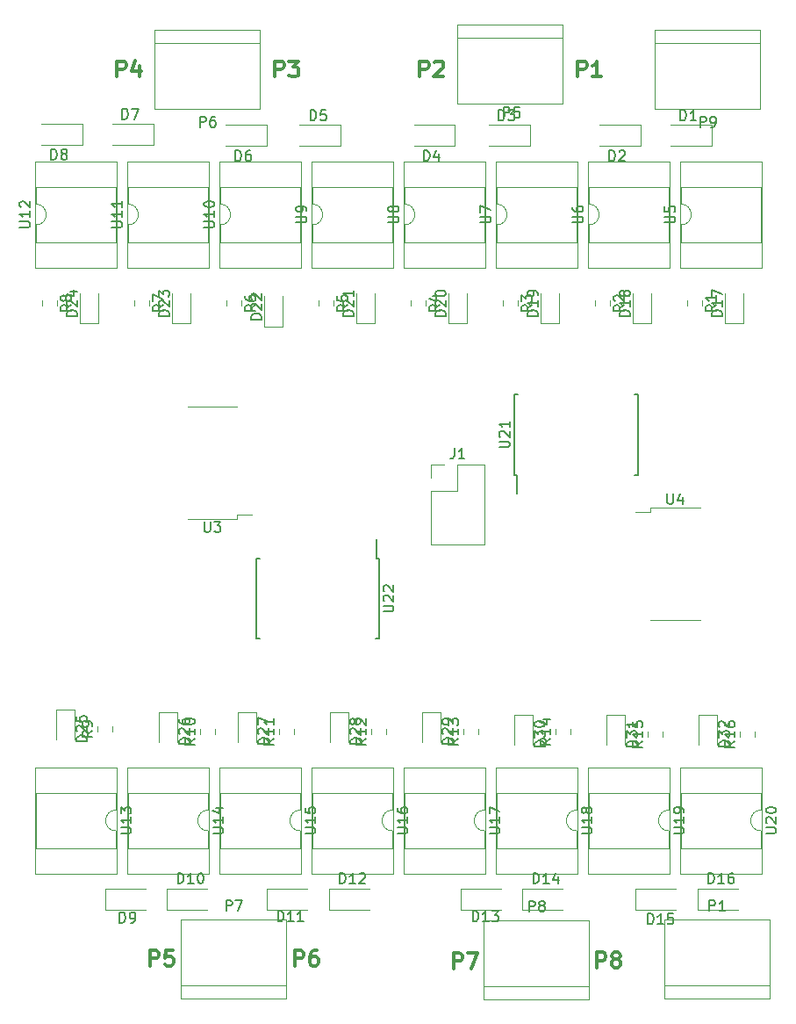
<source format=gto>
G04 #@! TF.GenerationSoftware,KiCad,Pcbnew,5.0.2-bee76a0~70~ubuntu18.04.1*
G04 #@! TF.CreationDate,2018-12-21T13:31:27+01:00*
G04 #@! TF.ProjectId,8FilPilotes_Base,3846696c-5069-46c6-9f74-65735f426173,rev?*
G04 #@! TF.SameCoordinates,Original*
G04 #@! TF.FileFunction,Legend,Top*
G04 #@! TF.FilePolarity,Positive*
%FSLAX46Y46*%
G04 Gerber Fmt 4.6, Leading zero omitted, Abs format (unit mm)*
G04 Created by KiCad (PCBNEW 5.0.2-bee76a0~70~ubuntu18.04.1) date ven. 21 déc. 2018 13:31:27 CET*
%MOMM*%
%LPD*%
G01*
G04 APERTURE LIST*
%ADD10C,0.300000*%
%ADD11C,0.120000*%
%ADD12C,0.150000*%
G04 APERTURE END LIST*
D10*
X183042857Y-54018571D02*
X183042857Y-52518571D01*
X183614285Y-52518571D01*
X183757142Y-52590000D01*
X183828571Y-52661428D01*
X183900000Y-52804285D01*
X183900000Y-53018571D01*
X183828571Y-53161428D01*
X183757142Y-53232857D01*
X183614285Y-53304285D01*
X183042857Y-53304285D01*
X185328571Y-54018571D02*
X184471428Y-54018571D01*
X184900000Y-54018571D02*
X184900000Y-52518571D01*
X184757142Y-52732857D01*
X184614285Y-52875714D01*
X184471428Y-52947142D01*
X141767857Y-139743571D02*
X141767857Y-138243571D01*
X142339285Y-138243571D01*
X142482142Y-138315000D01*
X142553571Y-138386428D01*
X142625000Y-138529285D01*
X142625000Y-138743571D01*
X142553571Y-138886428D01*
X142482142Y-138957857D01*
X142339285Y-139029285D01*
X141767857Y-139029285D01*
X143982142Y-138243571D02*
X143267857Y-138243571D01*
X143196428Y-138957857D01*
X143267857Y-138886428D01*
X143410714Y-138815000D01*
X143767857Y-138815000D01*
X143910714Y-138886428D01*
X143982142Y-138957857D01*
X144053571Y-139100714D01*
X144053571Y-139457857D01*
X143982142Y-139600714D01*
X143910714Y-139672142D01*
X143767857Y-139743571D01*
X143410714Y-139743571D01*
X143267857Y-139672142D01*
X143196428Y-139600714D01*
X155737857Y-139743571D02*
X155737857Y-138243571D01*
X156309285Y-138243571D01*
X156452142Y-138315000D01*
X156523571Y-138386428D01*
X156595000Y-138529285D01*
X156595000Y-138743571D01*
X156523571Y-138886428D01*
X156452142Y-138957857D01*
X156309285Y-139029285D01*
X155737857Y-139029285D01*
X157880714Y-138243571D02*
X157595000Y-138243571D01*
X157452142Y-138315000D01*
X157380714Y-138386428D01*
X157237857Y-138600714D01*
X157166428Y-138886428D01*
X157166428Y-139457857D01*
X157237857Y-139600714D01*
X157309285Y-139672142D01*
X157452142Y-139743571D01*
X157737857Y-139743571D01*
X157880714Y-139672142D01*
X157952142Y-139600714D01*
X158023571Y-139457857D01*
X158023571Y-139100714D01*
X157952142Y-138957857D01*
X157880714Y-138886428D01*
X157737857Y-138815000D01*
X157452142Y-138815000D01*
X157309285Y-138886428D01*
X157237857Y-138957857D01*
X157166428Y-139100714D01*
X184884357Y-139934071D02*
X184884357Y-138434071D01*
X185455785Y-138434071D01*
X185598642Y-138505500D01*
X185670071Y-138576928D01*
X185741500Y-138719785D01*
X185741500Y-138934071D01*
X185670071Y-139076928D01*
X185598642Y-139148357D01*
X185455785Y-139219785D01*
X184884357Y-139219785D01*
X186598642Y-139076928D02*
X186455785Y-139005500D01*
X186384357Y-138934071D01*
X186312928Y-138791214D01*
X186312928Y-138719785D01*
X186384357Y-138576928D01*
X186455785Y-138505500D01*
X186598642Y-138434071D01*
X186884357Y-138434071D01*
X187027214Y-138505500D01*
X187098642Y-138576928D01*
X187170071Y-138719785D01*
X187170071Y-138791214D01*
X187098642Y-138934071D01*
X187027214Y-139005500D01*
X186884357Y-139076928D01*
X186598642Y-139076928D01*
X186455785Y-139148357D01*
X186384357Y-139219785D01*
X186312928Y-139362642D01*
X186312928Y-139648357D01*
X186384357Y-139791214D01*
X186455785Y-139862642D01*
X186598642Y-139934071D01*
X186884357Y-139934071D01*
X187027214Y-139862642D01*
X187098642Y-139791214D01*
X187170071Y-139648357D01*
X187170071Y-139362642D01*
X187098642Y-139219785D01*
X187027214Y-139148357D01*
X186884357Y-139076928D01*
X171041357Y-139997571D02*
X171041357Y-138497571D01*
X171612785Y-138497571D01*
X171755642Y-138569000D01*
X171827071Y-138640428D01*
X171898500Y-138783285D01*
X171898500Y-138997571D01*
X171827071Y-139140428D01*
X171755642Y-139211857D01*
X171612785Y-139283285D01*
X171041357Y-139283285D01*
X172398500Y-138497571D02*
X173398500Y-138497571D01*
X172755642Y-139997571D01*
X153832857Y-54018571D02*
X153832857Y-52518571D01*
X154404285Y-52518571D01*
X154547142Y-52590000D01*
X154618571Y-52661428D01*
X154690000Y-52804285D01*
X154690000Y-53018571D01*
X154618571Y-53161428D01*
X154547142Y-53232857D01*
X154404285Y-53304285D01*
X153832857Y-53304285D01*
X155190000Y-52518571D02*
X156118571Y-52518571D01*
X155618571Y-53090000D01*
X155832857Y-53090000D01*
X155975714Y-53161428D01*
X156047142Y-53232857D01*
X156118571Y-53375714D01*
X156118571Y-53732857D01*
X156047142Y-53875714D01*
X155975714Y-53947142D01*
X155832857Y-54018571D01*
X155404285Y-54018571D01*
X155261428Y-53947142D01*
X155190000Y-53875714D01*
X167802857Y-54018571D02*
X167802857Y-52518571D01*
X168374285Y-52518571D01*
X168517142Y-52590000D01*
X168588571Y-52661428D01*
X168660000Y-52804285D01*
X168660000Y-53018571D01*
X168588571Y-53161428D01*
X168517142Y-53232857D01*
X168374285Y-53304285D01*
X167802857Y-53304285D01*
X169231428Y-52661428D02*
X169302857Y-52590000D01*
X169445714Y-52518571D01*
X169802857Y-52518571D01*
X169945714Y-52590000D01*
X170017142Y-52661428D01*
X170088571Y-52804285D01*
X170088571Y-52947142D01*
X170017142Y-53161428D01*
X169160000Y-54018571D01*
X170088571Y-54018571D01*
X138592857Y-54018571D02*
X138592857Y-52518571D01*
X139164285Y-52518571D01*
X139307142Y-52590000D01*
X139378571Y-52661428D01*
X139450000Y-52804285D01*
X139450000Y-53018571D01*
X139378571Y-53161428D01*
X139307142Y-53232857D01*
X139164285Y-53304285D01*
X138592857Y-53304285D01*
X140735714Y-53018571D02*
X140735714Y-54018571D01*
X140378571Y-52447142D02*
X140021428Y-53518571D01*
X140950000Y-53518571D01*
D11*
G04 #@! TO.C,P9*
X190500000Y-50800000D02*
X200660000Y-50800000D01*
X190500000Y-49530000D02*
X190500000Y-57150000D01*
X190500000Y-57150000D02*
X200660000Y-57150000D01*
X200660000Y-57150000D02*
X200660000Y-49530000D01*
X200660000Y-49530000D02*
X190500000Y-49530000D01*
G04 #@! TO.C,D5*
X160110000Y-60690000D02*
X160110000Y-58690000D01*
X160110000Y-58690000D02*
X156210000Y-58690000D01*
X160110000Y-60690000D02*
X156210000Y-60690000D01*
G04 #@! TO.C,D2*
X189068000Y-60690000D02*
X189068000Y-58690000D01*
X189068000Y-58690000D02*
X185168000Y-58690000D01*
X189068000Y-60690000D02*
X185168000Y-60690000D01*
G04 #@! TO.C,P7*
X154940000Y-141605000D02*
X144780000Y-141605000D01*
X154940000Y-142875000D02*
X154940000Y-135255000D01*
X154940000Y-135255000D02*
X144780000Y-135255000D01*
X144780000Y-135255000D02*
X144780000Y-142875000D01*
X144780000Y-142875000D02*
X154940000Y-142875000D01*
G04 #@! TO.C,D1*
X195926000Y-60690000D02*
X195926000Y-58690000D01*
X195926000Y-58690000D02*
X192026000Y-58690000D01*
X195926000Y-60690000D02*
X192026000Y-60690000D01*
G04 #@! TO.C,R2*
X184710000Y-75608922D02*
X184710000Y-76126078D01*
X186130000Y-75608922D02*
X186130000Y-76126078D01*
G04 #@! TO.C,R3*
X177240000Y-75608922D02*
X177240000Y-76126078D01*
X175820000Y-75608922D02*
X175820000Y-76126078D01*
G04 #@! TO.C,R4*
X168350000Y-75608922D02*
X168350000Y-76126078D01*
X166930000Y-75608922D02*
X166930000Y-76126078D01*
G04 #@! TO.C,R5*
X159460000Y-75608922D02*
X159460000Y-76126078D01*
X158040000Y-75608922D02*
X158040000Y-76126078D01*
G04 #@! TO.C,D26*
X144420000Y-118147500D02*
X144420000Y-115262500D01*
X144420000Y-115262500D02*
X142600000Y-115262500D01*
X142600000Y-115262500D02*
X142600000Y-118147500D01*
G04 #@! TO.C,D27*
X150220000Y-115262500D02*
X150220000Y-118147500D01*
X152040000Y-115262500D02*
X150220000Y-115262500D01*
X152040000Y-118147500D02*
X152040000Y-115262500D01*
G04 #@! TO.C,D28*
X160930000Y-118147500D02*
X160930000Y-115262500D01*
X160930000Y-115262500D02*
X159110000Y-115262500D01*
X159110000Y-115262500D02*
X159110000Y-118147500D01*
G04 #@! TO.C,D29*
X168000000Y-115262500D02*
X168000000Y-118147500D01*
X169820000Y-115262500D02*
X168000000Y-115262500D01*
X169820000Y-118147500D02*
X169820000Y-115262500D01*
G04 #@! TO.C,D30*
X178710000Y-118401500D02*
X178710000Y-115516500D01*
X178710000Y-115516500D02*
X176890000Y-115516500D01*
X176890000Y-115516500D02*
X176890000Y-118401500D01*
G04 #@! TO.C,D31*
X185780000Y-115536500D02*
X185780000Y-118421500D01*
X187600000Y-115536500D02*
X185780000Y-115536500D01*
X187600000Y-118421500D02*
X187600000Y-115536500D01*
G04 #@! TO.C,D32*
X196490000Y-118401500D02*
X196490000Y-115516500D01*
X196490000Y-115516500D02*
X194670000Y-115516500D01*
X194670000Y-115516500D02*
X194670000Y-118401500D01*
G04 #@! TO.C,U15*
X156330000Y-130870000D02*
X156330000Y-120590000D01*
X148470000Y-130870000D02*
X156330000Y-130870000D01*
X148470000Y-120590000D02*
X148470000Y-130870000D01*
X156330000Y-120590000D02*
X148470000Y-120590000D01*
X156270000Y-128380000D02*
X156270000Y-126730000D01*
X148530000Y-128380000D02*
X156270000Y-128380000D01*
X148530000Y-123080000D02*
X148530000Y-128380000D01*
X156270000Y-123080000D02*
X148530000Y-123080000D01*
X156270000Y-124730000D02*
X156270000Y-123080000D01*
X156270000Y-126730000D02*
G75*
G02X156270000Y-124730000I0J1000000D01*
G01*
G04 #@! TO.C,U16*
X165160000Y-126730000D02*
G75*
G02X165160000Y-124730000I0J1000000D01*
G01*
X165160000Y-124730000D02*
X165160000Y-123080000D01*
X165160000Y-123080000D02*
X157420000Y-123080000D01*
X157420000Y-123080000D02*
X157420000Y-128380000D01*
X157420000Y-128380000D02*
X165160000Y-128380000D01*
X165160000Y-128380000D02*
X165160000Y-126730000D01*
X165220000Y-120590000D02*
X157360000Y-120590000D01*
X157360000Y-120590000D02*
X157360000Y-130870000D01*
X157360000Y-130870000D02*
X165220000Y-130870000D01*
X165220000Y-130870000D02*
X165220000Y-120590000D01*
G04 #@! TO.C,U17*
X174110000Y-130870000D02*
X174110000Y-120590000D01*
X166250000Y-130870000D02*
X174110000Y-130870000D01*
X166250000Y-120590000D02*
X166250000Y-130870000D01*
X174110000Y-120590000D02*
X166250000Y-120590000D01*
X174050000Y-128380000D02*
X174050000Y-126730000D01*
X166310000Y-128380000D02*
X174050000Y-128380000D01*
X166310000Y-123080000D02*
X166310000Y-128380000D01*
X174050000Y-123080000D02*
X166310000Y-123080000D01*
X174050000Y-124730000D02*
X174050000Y-123080000D01*
X174050000Y-126730000D02*
G75*
G02X174050000Y-124730000I0J1000000D01*
G01*
G04 #@! TO.C,R1*
X193600000Y-75608922D02*
X193600000Y-76126078D01*
X195020000Y-75608922D02*
X195020000Y-76126078D01*
G04 #@! TO.C,U18*
X182940000Y-126730000D02*
G75*
G02X182940000Y-124730000I0J1000000D01*
G01*
X182940000Y-124730000D02*
X182940000Y-123080000D01*
X182940000Y-123080000D02*
X175200000Y-123080000D01*
X175200000Y-123080000D02*
X175200000Y-128380000D01*
X175200000Y-128380000D02*
X182940000Y-128380000D01*
X182940000Y-128380000D02*
X182940000Y-126730000D01*
X183000000Y-120590000D02*
X175140000Y-120590000D01*
X175140000Y-120590000D02*
X175140000Y-130870000D01*
X175140000Y-130870000D02*
X183000000Y-130870000D01*
X183000000Y-130870000D02*
X183000000Y-120590000D01*
G04 #@! TO.C,U19*
X191830000Y-126730000D02*
G75*
G02X191830000Y-124730000I0J1000000D01*
G01*
X191830000Y-124730000D02*
X191830000Y-123080000D01*
X191830000Y-123080000D02*
X184090000Y-123080000D01*
X184090000Y-123080000D02*
X184090000Y-128380000D01*
X184090000Y-128380000D02*
X191830000Y-128380000D01*
X191830000Y-128380000D02*
X191830000Y-126730000D01*
X191890000Y-120590000D02*
X184030000Y-120590000D01*
X184030000Y-120590000D02*
X184030000Y-130870000D01*
X184030000Y-130870000D02*
X191890000Y-130870000D01*
X191890000Y-130870000D02*
X191890000Y-120590000D01*
G04 #@! TO.C,U20*
X200780000Y-130870000D02*
X200780000Y-120590000D01*
X192920000Y-130870000D02*
X200780000Y-130870000D01*
X192920000Y-120590000D02*
X192920000Y-130870000D01*
X200780000Y-120590000D02*
X192920000Y-120590000D01*
X200720000Y-128380000D02*
X200720000Y-126730000D01*
X192980000Y-128380000D02*
X200720000Y-128380000D01*
X192980000Y-123080000D02*
X192980000Y-128380000D01*
X200720000Y-123080000D02*
X192980000Y-123080000D01*
X200720000Y-124730000D02*
X200720000Y-123080000D01*
X200720000Y-126730000D02*
G75*
G02X200720000Y-124730000I0J1000000D01*
G01*
G04 #@! TO.C,U12*
X130690000Y-62170000D02*
X130690000Y-72450000D01*
X138550000Y-62170000D02*
X130690000Y-62170000D01*
X138550000Y-72450000D02*
X138550000Y-62170000D01*
X130690000Y-72450000D02*
X138550000Y-72450000D01*
X130750000Y-64660000D02*
X130750000Y-66310000D01*
X138490000Y-64660000D02*
X130750000Y-64660000D01*
X138490000Y-69960000D02*
X138490000Y-64660000D01*
X130750000Y-69960000D02*
X138490000Y-69960000D01*
X130750000Y-68310000D02*
X130750000Y-69960000D01*
X130750000Y-66310000D02*
G75*
G02X130750000Y-68310000I0J-1000000D01*
G01*
G04 #@! TO.C,U13*
X138490000Y-126730000D02*
G75*
G02X138490000Y-124730000I0J1000000D01*
G01*
X138490000Y-124730000D02*
X138490000Y-123080000D01*
X138490000Y-123080000D02*
X130750000Y-123080000D01*
X130750000Y-123080000D02*
X130750000Y-128380000D01*
X130750000Y-128380000D02*
X138490000Y-128380000D01*
X138490000Y-128380000D02*
X138490000Y-126730000D01*
X138550000Y-120590000D02*
X130690000Y-120590000D01*
X130690000Y-120590000D02*
X130690000Y-130870000D01*
X130690000Y-130870000D02*
X138550000Y-130870000D01*
X138550000Y-130870000D02*
X138550000Y-120590000D01*
G04 #@! TO.C,U14*
X147440000Y-130870000D02*
X147440000Y-120590000D01*
X139580000Y-130870000D02*
X147440000Y-130870000D01*
X139580000Y-120590000D02*
X139580000Y-130870000D01*
X147440000Y-120590000D02*
X139580000Y-120590000D01*
X147380000Y-128380000D02*
X147380000Y-126730000D01*
X139640000Y-128380000D02*
X147380000Y-128380000D01*
X139640000Y-123080000D02*
X139640000Y-128380000D01*
X147380000Y-123080000D02*
X139640000Y-123080000D01*
X147380000Y-124730000D02*
X147380000Y-123080000D01*
X147380000Y-126730000D02*
G75*
G02X147380000Y-124730000I0J1000000D01*
G01*
G04 #@! TO.C,D12*
X159040000Y-132350000D02*
X159040000Y-134350000D01*
X159040000Y-134350000D02*
X162940000Y-134350000D01*
X159040000Y-132350000D02*
X162940000Y-132350000D01*
G04 #@! TO.C,R12*
X163120000Y-117431078D02*
X163120000Y-116913922D01*
X164540000Y-117431078D02*
X164540000Y-116913922D01*
G04 #@! TO.C,P8*
X173990000Y-142938500D02*
X184150000Y-142938500D01*
X173990000Y-135318500D02*
X173990000Y-142938500D01*
X184150000Y-135318500D02*
X173990000Y-135318500D01*
X184150000Y-142938500D02*
X184150000Y-135318500D01*
X184150000Y-141668500D02*
X173990000Y-141668500D01*
G04 #@! TO.C,U4*
X190030000Y-95570000D02*
X190030000Y-95970000D01*
X190030000Y-95970000D02*
X188630000Y-95970000D01*
X190030000Y-95570000D02*
X194830000Y-95570000D01*
X190030000Y-106370000D02*
X194830000Y-106370000D01*
G04 #@! TO.C,R10*
X146610000Y-117431078D02*
X146610000Y-116913922D01*
X148030000Y-117431078D02*
X148030000Y-116913922D01*
G04 #@! TO.C,R11*
X155650000Y-117431078D02*
X155650000Y-116913922D01*
X154230000Y-117431078D02*
X154230000Y-116913922D01*
G04 #@! TO.C,R13*
X173430000Y-117431078D02*
X173430000Y-116913922D01*
X172010000Y-117431078D02*
X172010000Y-116913922D01*
G04 #@! TO.C,R6*
X149150000Y-75608922D02*
X149150000Y-76126078D01*
X150570000Y-75608922D02*
X150570000Y-76126078D01*
G04 #@! TO.C,R7*
X140260000Y-75608922D02*
X140260000Y-76126078D01*
X141680000Y-75608922D02*
X141680000Y-76126078D01*
G04 #@! TO.C,R8*
X132790000Y-75608922D02*
X132790000Y-76126078D01*
X131370000Y-75608922D02*
X131370000Y-76126078D01*
G04 #@! TO.C,R9*
X138124000Y-117177078D02*
X138124000Y-116659922D01*
X136704000Y-117177078D02*
X136704000Y-116659922D01*
G04 #@! TO.C,U6*
X184030000Y-62170000D02*
X184030000Y-72450000D01*
X191890000Y-62170000D02*
X184030000Y-62170000D01*
X191890000Y-72450000D02*
X191890000Y-62170000D01*
X184030000Y-72450000D02*
X191890000Y-72450000D01*
X184090000Y-64660000D02*
X184090000Y-66310000D01*
X191830000Y-64660000D02*
X184090000Y-64660000D01*
X191830000Y-69960000D02*
X191830000Y-64660000D01*
X184090000Y-69960000D02*
X191830000Y-69960000D01*
X184090000Y-68310000D02*
X184090000Y-69960000D01*
X184090000Y-66310000D02*
G75*
G02X184090000Y-68310000I0J-1000000D01*
G01*
G04 #@! TO.C,U7*
X175140000Y-62170000D02*
X175140000Y-72450000D01*
X183000000Y-62170000D02*
X175140000Y-62170000D01*
X183000000Y-72450000D02*
X183000000Y-62170000D01*
X175140000Y-72450000D02*
X183000000Y-72450000D01*
X175200000Y-64660000D02*
X175200000Y-66310000D01*
X182940000Y-64660000D02*
X175200000Y-64660000D01*
X182940000Y-69960000D02*
X182940000Y-64660000D01*
X175200000Y-69960000D02*
X182940000Y-69960000D01*
X175200000Y-68310000D02*
X175200000Y-69960000D01*
X175200000Y-66310000D02*
G75*
G02X175200000Y-68310000I0J-1000000D01*
G01*
G04 #@! TO.C,D17*
X197210000Y-74892500D02*
X197210000Y-77777500D01*
X197210000Y-77777500D02*
X199030000Y-77777500D01*
X199030000Y-77777500D02*
X199030000Y-74892500D01*
G04 #@! TO.C,D18*
X190140000Y-77777500D02*
X190140000Y-74892500D01*
X188320000Y-77777500D02*
X190140000Y-77777500D01*
X188320000Y-74892500D02*
X188320000Y-77777500D01*
G04 #@! TO.C,D19*
X179430000Y-74892500D02*
X179430000Y-77777500D01*
X179430000Y-77777500D02*
X181250000Y-77777500D01*
X181250000Y-77777500D02*
X181250000Y-74892500D01*
G04 #@! TO.C,D20*
X172360000Y-77777500D02*
X172360000Y-74892500D01*
X170540000Y-77777500D02*
X172360000Y-77777500D01*
X170540000Y-74892500D02*
X170540000Y-77777500D01*
G04 #@! TO.C,D21*
X161650000Y-74892500D02*
X161650000Y-77777500D01*
X161650000Y-77777500D02*
X163470000Y-77777500D01*
X163470000Y-77777500D02*
X163470000Y-74892500D01*
G04 #@! TO.C,D22*
X152760000Y-75200000D02*
X152760000Y-78085000D01*
X152760000Y-78085000D02*
X154580000Y-78085000D01*
X154580000Y-78085000D02*
X154580000Y-75200000D01*
G04 #@! TO.C,D23*
X145690000Y-77777500D02*
X145690000Y-74892500D01*
X143870000Y-77777500D02*
X145690000Y-77777500D01*
X143870000Y-74892500D02*
X143870000Y-77777500D01*
G04 #@! TO.C,D24*
X136800000Y-77777500D02*
X136800000Y-74892500D01*
X134980000Y-77777500D02*
X136800000Y-77777500D01*
X134980000Y-74892500D02*
X134980000Y-77777500D01*
G04 #@! TO.C,D25*
X132694000Y-115008500D02*
X132694000Y-117893500D01*
X134514000Y-115008500D02*
X132694000Y-115008500D01*
X134514000Y-117893500D02*
X134514000Y-115008500D01*
G04 #@! TO.C,R14*
X180900000Y-117431078D02*
X180900000Y-116913922D01*
X182320000Y-117431078D02*
X182320000Y-116913922D01*
G04 #@! TO.C,R15*
X191210000Y-117685078D02*
X191210000Y-117167922D01*
X189790000Y-117685078D02*
X189790000Y-117167922D01*
G04 #@! TO.C,R16*
X198680000Y-117685078D02*
X198680000Y-117167922D01*
X200100000Y-117685078D02*
X200100000Y-117167922D01*
G04 #@! TO.C,U5*
X192980000Y-66310000D02*
G75*
G02X192980000Y-68310000I0J-1000000D01*
G01*
X192980000Y-68310000D02*
X192980000Y-69960000D01*
X192980000Y-69960000D02*
X200720000Y-69960000D01*
X200720000Y-69960000D02*
X200720000Y-64660000D01*
X200720000Y-64660000D02*
X192980000Y-64660000D01*
X192980000Y-64660000D02*
X192980000Y-66310000D01*
X192920000Y-72450000D02*
X200780000Y-72450000D01*
X200780000Y-72450000D02*
X200780000Y-62170000D01*
X200780000Y-62170000D02*
X192920000Y-62170000D01*
X192920000Y-62170000D02*
X192920000Y-72450000D01*
G04 #@! TO.C,P6*
X152400000Y-49530000D02*
X142240000Y-49530000D01*
X152400000Y-57150000D02*
X152400000Y-49530000D01*
X142240000Y-57150000D02*
X152400000Y-57150000D01*
X142240000Y-49530000D02*
X142240000Y-57150000D01*
X142240000Y-50800000D02*
X152400000Y-50800000D01*
G04 #@! TO.C,U3*
X150179554Y-85862150D02*
X145379554Y-85862150D01*
X150179554Y-96662150D02*
X145379554Y-96662150D01*
X150179554Y-96262150D02*
X151579554Y-96262150D01*
X150179554Y-96662150D02*
X150179554Y-96262150D01*
G04 #@! TO.C,P5*
X171450000Y-50292000D02*
X181610000Y-50292000D01*
X171450000Y-49022000D02*
X171450000Y-56642000D01*
X171450000Y-56642000D02*
X181610000Y-56642000D01*
X181610000Y-56642000D02*
X181610000Y-49022000D01*
X181610000Y-49022000D02*
X171450000Y-49022000D01*
G04 #@! TO.C,D10*
X143420000Y-132350000D02*
X143420000Y-134350000D01*
X143420000Y-134350000D02*
X147320000Y-134350000D01*
X143420000Y-132350000D02*
X147320000Y-132350000D01*
G04 #@! TO.C,D8*
X135220000Y-60563000D02*
X135220000Y-58563000D01*
X135220000Y-58563000D02*
X131320000Y-58563000D01*
X135220000Y-60563000D02*
X131320000Y-60563000D01*
G04 #@! TO.C,D3*
X178400000Y-60690000D02*
X178400000Y-58690000D01*
X178400000Y-58690000D02*
X174500000Y-58690000D01*
X178400000Y-60690000D02*
X174500000Y-60690000D01*
G04 #@! TO.C,D13*
X171740000Y-132350000D02*
X171740000Y-134350000D01*
X171740000Y-134350000D02*
X175640000Y-134350000D01*
X171740000Y-132350000D02*
X175640000Y-132350000D01*
G04 #@! TO.C,D6*
X153000000Y-60690000D02*
X153000000Y-58690000D01*
X153000000Y-58690000D02*
X149100000Y-58690000D01*
X153000000Y-60690000D02*
X149100000Y-60690000D01*
G04 #@! TO.C,U9*
X157360000Y-62170000D02*
X157360000Y-72450000D01*
X165220000Y-62170000D02*
X157360000Y-62170000D01*
X165220000Y-72450000D02*
X165220000Y-62170000D01*
X157360000Y-72450000D02*
X165220000Y-72450000D01*
X157420000Y-64660000D02*
X157420000Y-66310000D01*
X165160000Y-64660000D02*
X157420000Y-64660000D01*
X165160000Y-69960000D02*
X165160000Y-64660000D01*
X157420000Y-69960000D02*
X165160000Y-69960000D01*
X157420000Y-68310000D02*
X157420000Y-69960000D01*
X157420000Y-66310000D02*
G75*
G02X157420000Y-68310000I0J-1000000D01*
G01*
G04 #@! TO.C,D11*
X153070000Y-132350000D02*
X153070000Y-134350000D01*
X153070000Y-134350000D02*
X156970000Y-134350000D01*
X153070000Y-132350000D02*
X156970000Y-132350000D01*
G04 #@! TO.C,U11*
X139640000Y-66310000D02*
G75*
G02X139640000Y-68310000I0J-1000000D01*
G01*
X139640000Y-68310000D02*
X139640000Y-69960000D01*
X139640000Y-69960000D02*
X147380000Y-69960000D01*
X147380000Y-69960000D02*
X147380000Y-64660000D01*
X147380000Y-64660000D02*
X139640000Y-64660000D01*
X139640000Y-64660000D02*
X139640000Y-66310000D01*
X139580000Y-72450000D02*
X147440000Y-72450000D01*
X147440000Y-72450000D02*
X147440000Y-62170000D01*
X147440000Y-62170000D02*
X139580000Y-62170000D01*
X139580000Y-62170000D02*
X139580000Y-72450000D01*
G04 #@! TO.C,D14*
X177710000Y-132350000D02*
X177710000Y-134350000D01*
X177710000Y-134350000D02*
X181610000Y-134350000D01*
X177710000Y-132350000D02*
X181610000Y-132350000D01*
G04 #@! TO.C,U10*
X148530000Y-66310000D02*
G75*
G02X148530000Y-68310000I0J-1000000D01*
G01*
X148530000Y-68310000D02*
X148530000Y-69960000D01*
X148530000Y-69960000D02*
X156270000Y-69960000D01*
X156270000Y-69960000D02*
X156270000Y-64660000D01*
X156270000Y-64660000D02*
X148530000Y-64660000D01*
X148530000Y-64660000D02*
X148530000Y-66310000D01*
X148470000Y-72450000D02*
X156330000Y-72450000D01*
X156330000Y-72450000D02*
X156330000Y-62170000D01*
X156330000Y-62170000D02*
X148470000Y-62170000D01*
X148470000Y-62170000D02*
X148470000Y-72450000D01*
G04 #@! TO.C,D9*
X137450000Y-132350000D02*
X137450000Y-134350000D01*
X137450000Y-134350000D02*
X141350000Y-134350000D01*
X137450000Y-132350000D02*
X141350000Y-132350000D01*
G04 #@! TO.C,D15*
X188630000Y-132350000D02*
X188630000Y-134350000D01*
X188630000Y-134350000D02*
X192530000Y-134350000D01*
X188630000Y-132350000D02*
X192530000Y-132350000D01*
G04 #@! TO.C,U8*
X166310000Y-66310000D02*
G75*
G02X166310000Y-68310000I0J-1000000D01*
G01*
X166310000Y-68310000D02*
X166310000Y-69960000D01*
X166310000Y-69960000D02*
X174050000Y-69960000D01*
X174050000Y-69960000D02*
X174050000Y-64660000D01*
X174050000Y-64660000D02*
X166310000Y-64660000D01*
X166310000Y-64660000D02*
X166310000Y-66310000D01*
X166250000Y-72450000D02*
X174110000Y-72450000D01*
X174110000Y-72450000D02*
X174110000Y-62170000D01*
X174110000Y-62170000D02*
X166250000Y-62170000D01*
X166250000Y-62170000D02*
X166250000Y-72450000D01*
G04 #@! TO.C,D7*
X142075000Y-60563000D02*
X142075000Y-58563000D01*
X142075000Y-58563000D02*
X138175000Y-58563000D01*
X142075000Y-60563000D02*
X138175000Y-60563000D01*
G04 #@! TO.C,D16*
X194600000Y-132350000D02*
X194600000Y-134350000D01*
X194600000Y-134350000D02*
X198500000Y-134350000D01*
X194600000Y-132350000D02*
X198500000Y-132350000D01*
G04 #@! TO.C,D4*
X171160000Y-60690000D02*
X171160000Y-58690000D01*
X171160000Y-58690000D02*
X167260000Y-58690000D01*
X171160000Y-60690000D02*
X167260000Y-60690000D01*
D12*
G04 #@! TO.C,U21*
X176930000Y-92395000D02*
X177180000Y-92395000D01*
X176930000Y-84645000D02*
X177275000Y-84645000D01*
X188830000Y-84645000D02*
X188485000Y-84645000D01*
X188830000Y-92395000D02*
X188485000Y-92395000D01*
X176930000Y-92395000D02*
X176930000Y-84645000D01*
X188830000Y-92395000D02*
X188830000Y-84645000D01*
X177180000Y-92395000D02*
X177180000Y-94220000D01*
G04 #@! TO.C,U22*
X163639554Y-100468150D02*
X163639554Y-98643150D01*
X151989554Y-100468150D02*
X151989554Y-108218150D01*
X163889554Y-100468150D02*
X163889554Y-108218150D01*
X151989554Y-100468150D02*
X152334554Y-100468150D01*
X151989554Y-108218150D02*
X152334554Y-108218150D01*
X163889554Y-108218150D02*
X163544554Y-108218150D01*
X163889554Y-100468150D02*
X163639554Y-100468150D01*
D11*
G04 #@! TO.C,J1*
X168850000Y-99120000D02*
X174050000Y-99120000D01*
X168850000Y-93980000D02*
X168850000Y-99120000D01*
X174050000Y-91380000D02*
X174050000Y-99120000D01*
X168850000Y-93980000D02*
X171450000Y-93980000D01*
X171450000Y-93980000D02*
X171450000Y-91380000D01*
X171450000Y-91380000D02*
X174050000Y-91380000D01*
X168850000Y-92710000D02*
X168850000Y-91380000D01*
X168850000Y-91380000D02*
X170180000Y-91380000D01*
G04 #@! TO.C,P1*
X201549000Y-141605000D02*
X191389000Y-141605000D01*
X201549000Y-142875000D02*
X201549000Y-135255000D01*
X201549000Y-135255000D02*
X191389000Y-135255000D01*
X191389000Y-135255000D02*
X191389000Y-142875000D01*
X191389000Y-142875000D02*
X201549000Y-142875000D01*
G04 #@! TO.C,P9*
D12*
X194841904Y-58872380D02*
X194841904Y-57872380D01*
X195222857Y-57872380D01*
X195318095Y-57920000D01*
X195365714Y-57967619D01*
X195413333Y-58062857D01*
X195413333Y-58205714D01*
X195365714Y-58300952D01*
X195318095Y-58348571D01*
X195222857Y-58396190D01*
X194841904Y-58396190D01*
X195889523Y-58872380D02*
X196080000Y-58872380D01*
X196175238Y-58824761D01*
X196222857Y-58777142D01*
X196318095Y-58634285D01*
X196365714Y-58443809D01*
X196365714Y-58062857D01*
X196318095Y-57967619D01*
X196270476Y-57920000D01*
X196175238Y-57872380D01*
X195984761Y-57872380D01*
X195889523Y-57920000D01*
X195841904Y-57967619D01*
X195794285Y-58062857D01*
X195794285Y-58300952D01*
X195841904Y-58396190D01*
X195889523Y-58443809D01*
X195984761Y-58491428D01*
X196175238Y-58491428D01*
X196270476Y-58443809D01*
X196318095Y-58396190D01*
X196365714Y-58300952D01*
G04 #@! TO.C,D5*
X157248904Y-58237380D02*
X157248904Y-57237380D01*
X157487000Y-57237380D01*
X157629857Y-57285000D01*
X157725095Y-57380238D01*
X157772714Y-57475476D01*
X157820333Y-57665952D01*
X157820333Y-57808809D01*
X157772714Y-57999285D01*
X157725095Y-58094523D01*
X157629857Y-58189761D01*
X157487000Y-58237380D01*
X157248904Y-58237380D01*
X158725095Y-57237380D02*
X158248904Y-57237380D01*
X158201285Y-57713571D01*
X158248904Y-57665952D01*
X158344142Y-57618333D01*
X158582238Y-57618333D01*
X158677476Y-57665952D01*
X158725095Y-57713571D01*
X158772714Y-57808809D01*
X158772714Y-58046904D01*
X158725095Y-58142142D01*
X158677476Y-58189761D01*
X158582238Y-58237380D01*
X158344142Y-58237380D01*
X158248904Y-58189761D01*
X158201285Y-58142142D01*
G04 #@! TO.C,D2*
X186079904Y-62142380D02*
X186079904Y-61142380D01*
X186318000Y-61142380D01*
X186460857Y-61190000D01*
X186556095Y-61285238D01*
X186603714Y-61380476D01*
X186651333Y-61570952D01*
X186651333Y-61713809D01*
X186603714Y-61904285D01*
X186556095Y-61999523D01*
X186460857Y-62094761D01*
X186318000Y-62142380D01*
X186079904Y-62142380D01*
X187032285Y-61237619D02*
X187079904Y-61190000D01*
X187175142Y-61142380D01*
X187413238Y-61142380D01*
X187508476Y-61190000D01*
X187556095Y-61237619D01*
X187603714Y-61332857D01*
X187603714Y-61428095D01*
X187556095Y-61570952D01*
X186984666Y-62142380D01*
X187603714Y-62142380D01*
G04 #@! TO.C,P7*
X149121904Y-134437380D02*
X149121904Y-133437380D01*
X149502857Y-133437380D01*
X149598095Y-133485000D01*
X149645714Y-133532619D01*
X149693333Y-133627857D01*
X149693333Y-133770714D01*
X149645714Y-133865952D01*
X149598095Y-133913571D01*
X149502857Y-133961190D01*
X149121904Y-133961190D01*
X150026666Y-133437380D02*
X150693333Y-133437380D01*
X150264761Y-134437380D01*
G04 #@! TO.C,D1*
X192937904Y-58237380D02*
X192937904Y-57237380D01*
X193176000Y-57237380D01*
X193318857Y-57285000D01*
X193414095Y-57380238D01*
X193461714Y-57475476D01*
X193509333Y-57665952D01*
X193509333Y-57808809D01*
X193461714Y-57999285D01*
X193414095Y-58094523D01*
X193318857Y-58189761D01*
X193176000Y-58237380D01*
X192937904Y-58237380D01*
X194461714Y-58237380D02*
X193890285Y-58237380D01*
X194176000Y-58237380D02*
X194176000Y-57237380D01*
X194080761Y-57380238D01*
X193985523Y-57475476D01*
X193890285Y-57523095D01*
G04 #@! TO.C,R2*
X187522380Y-76034166D02*
X187046190Y-76367500D01*
X187522380Y-76605595D02*
X186522380Y-76605595D01*
X186522380Y-76224642D01*
X186570000Y-76129404D01*
X186617619Y-76081785D01*
X186712857Y-76034166D01*
X186855714Y-76034166D01*
X186950952Y-76081785D01*
X186998571Y-76129404D01*
X187046190Y-76224642D01*
X187046190Y-76605595D01*
X186617619Y-75653214D02*
X186570000Y-75605595D01*
X186522380Y-75510357D01*
X186522380Y-75272261D01*
X186570000Y-75177023D01*
X186617619Y-75129404D01*
X186712857Y-75081785D01*
X186808095Y-75081785D01*
X186950952Y-75129404D01*
X187522380Y-75700833D01*
X187522380Y-75081785D01*
G04 #@! TO.C,R3*
X178632380Y-76034166D02*
X178156190Y-76367500D01*
X178632380Y-76605595D02*
X177632380Y-76605595D01*
X177632380Y-76224642D01*
X177680000Y-76129404D01*
X177727619Y-76081785D01*
X177822857Y-76034166D01*
X177965714Y-76034166D01*
X178060952Y-76081785D01*
X178108571Y-76129404D01*
X178156190Y-76224642D01*
X178156190Y-76605595D01*
X177632380Y-75700833D02*
X177632380Y-75081785D01*
X178013333Y-75415119D01*
X178013333Y-75272261D01*
X178060952Y-75177023D01*
X178108571Y-75129404D01*
X178203809Y-75081785D01*
X178441904Y-75081785D01*
X178537142Y-75129404D01*
X178584761Y-75177023D01*
X178632380Y-75272261D01*
X178632380Y-75557976D01*
X178584761Y-75653214D01*
X178537142Y-75700833D01*
G04 #@! TO.C,R4*
X169742380Y-76034166D02*
X169266190Y-76367500D01*
X169742380Y-76605595D02*
X168742380Y-76605595D01*
X168742380Y-76224642D01*
X168790000Y-76129404D01*
X168837619Y-76081785D01*
X168932857Y-76034166D01*
X169075714Y-76034166D01*
X169170952Y-76081785D01*
X169218571Y-76129404D01*
X169266190Y-76224642D01*
X169266190Y-76605595D01*
X169075714Y-75177023D02*
X169742380Y-75177023D01*
X168694761Y-75415119D02*
X169409047Y-75653214D01*
X169409047Y-75034166D01*
G04 #@! TO.C,R5*
X160852380Y-76034166D02*
X160376190Y-76367500D01*
X160852380Y-76605595D02*
X159852380Y-76605595D01*
X159852380Y-76224642D01*
X159900000Y-76129404D01*
X159947619Y-76081785D01*
X160042857Y-76034166D01*
X160185714Y-76034166D01*
X160280952Y-76081785D01*
X160328571Y-76129404D01*
X160376190Y-76224642D01*
X160376190Y-76605595D01*
X159852380Y-75129404D02*
X159852380Y-75605595D01*
X160328571Y-75653214D01*
X160280952Y-75605595D01*
X160233333Y-75510357D01*
X160233333Y-75272261D01*
X160280952Y-75177023D01*
X160328571Y-75129404D01*
X160423809Y-75081785D01*
X160661904Y-75081785D01*
X160757142Y-75129404D01*
X160804761Y-75177023D01*
X160852380Y-75272261D01*
X160852380Y-75510357D01*
X160804761Y-75605595D01*
X160757142Y-75653214D01*
G04 #@! TO.C,D26*
X145562380Y-118361785D02*
X144562380Y-118361785D01*
X144562380Y-118123690D01*
X144610000Y-117980833D01*
X144705238Y-117885595D01*
X144800476Y-117837976D01*
X144990952Y-117790357D01*
X145133809Y-117790357D01*
X145324285Y-117837976D01*
X145419523Y-117885595D01*
X145514761Y-117980833D01*
X145562380Y-118123690D01*
X145562380Y-118361785D01*
X144657619Y-117409404D02*
X144610000Y-117361785D01*
X144562380Y-117266547D01*
X144562380Y-117028452D01*
X144610000Y-116933214D01*
X144657619Y-116885595D01*
X144752857Y-116837976D01*
X144848095Y-116837976D01*
X144990952Y-116885595D01*
X145562380Y-117457023D01*
X145562380Y-116837976D01*
X144562380Y-115980833D02*
X144562380Y-116171309D01*
X144610000Y-116266547D01*
X144657619Y-116314166D01*
X144800476Y-116409404D01*
X144990952Y-116457023D01*
X145371904Y-116457023D01*
X145467142Y-116409404D01*
X145514761Y-116361785D01*
X145562380Y-116266547D01*
X145562380Y-116076071D01*
X145514761Y-115980833D01*
X145467142Y-115933214D01*
X145371904Y-115885595D01*
X145133809Y-115885595D01*
X145038571Y-115933214D01*
X144990952Y-115980833D01*
X144943333Y-116076071D01*
X144943333Y-116266547D01*
X144990952Y-116361785D01*
X145038571Y-116409404D01*
X145133809Y-116457023D01*
G04 #@! TO.C,D27*
X153182380Y-118361785D02*
X152182380Y-118361785D01*
X152182380Y-118123690D01*
X152230000Y-117980833D01*
X152325238Y-117885595D01*
X152420476Y-117837976D01*
X152610952Y-117790357D01*
X152753809Y-117790357D01*
X152944285Y-117837976D01*
X153039523Y-117885595D01*
X153134761Y-117980833D01*
X153182380Y-118123690D01*
X153182380Y-118361785D01*
X152277619Y-117409404D02*
X152230000Y-117361785D01*
X152182380Y-117266547D01*
X152182380Y-117028452D01*
X152230000Y-116933214D01*
X152277619Y-116885595D01*
X152372857Y-116837976D01*
X152468095Y-116837976D01*
X152610952Y-116885595D01*
X153182380Y-117457023D01*
X153182380Y-116837976D01*
X152182380Y-116504642D02*
X152182380Y-115837976D01*
X153182380Y-116266547D01*
G04 #@! TO.C,D28*
X162072380Y-118361785D02*
X161072380Y-118361785D01*
X161072380Y-118123690D01*
X161120000Y-117980833D01*
X161215238Y-117885595D01*
X161310476Y-117837976D01*
X161500952Y-117790357D01*
X161643809Y-117790357D01*
X161834285Y-117837976D01*
X161929523Y-117885595D01*
X162024761Y-117980833D01*
X162072380Y-118123690D01*
X162072380Y-118361785D01*
X161167619Y-117409404D02*
X161120000Y-117361785D01*
X161072380Y-117266547D01*
X161072380Y-117028452D01*
X161120000Y-116933214D01*
X161167619Y-116885595D01*
X161262857Y-116837976D01*
X161358095Y-116837976D01*
X161500952Y-116885595D01*
X162072380Y-117457023D01*
X162072380Y-116837976D01*
X161500952Y-116266547D02*
X161453333Y-116361785D01*
X161405714Y-116409404D01*
X161310476Y-116457023D01*
X161262857Y-116457023D01*
X161167619Y-116409404D01*
X161120000Y-116361785D01*
X161072380Y-116266547D01*
X161072380Y-116076071D01*
X161120000Y-115980833D01*
X161167619Y-115933214D01*
X161262857Y-115885595D01*
X161310476Y-115885595D01*
X161405714Y-115933214D01*
X161453333Y-115980833D01*
X161500952Y-116076071D01*
X161500952Y-116266547D01*
X161548571Y-116361785D01*
X161596190Y-116409404D01*
X161691428Y-116457023D01*
X161881904Y-116457023D01*
X161977142Y-116409404D01*
X162024761Y-116361785D01*
X162072380Y-116266547D01*
X162072380Y-116076071D01*
X162024761Y-115980833D01*
X161977142Y-115933214D01*
X161881904Y-115885595D01*
X161691428Y-115885595D01*
X161596190Y-115933214D01*
X161548571Y-115980833D01*
X161500952Y-116076071D01*
G04 #@! TO.C,D29*
X170962380Y-118361785D02*
X169962380Y-118361785D01*
X169962380Y-118123690D01*
X170010000Y-117980833D01*
X170105238Y-117885595D01*
X170200476Y-117837976D01*
X170390952Y-117790357D01*
X170533809Y-117790357D01*
X170724285Y-117837976D01*
X170819523Y-117885595D01*
X170914761Y-117980833D01*
X170962380Y-118123690D01*
X170962380Y-118361785D01*
X170057619Y-117409404D02*
X170010000Y-117361785D01*
X169962380Y-117266547D01*
X169962380Y-117028452D01*
X170010000Y-116933214D01*
X170057619Y-116885595D01*
X170152857Y-116837976D01*
X170248095Y-116837976D01*
X170390952Y-116885595D01*
X170962380Y-117457023D01*
X170962380Y-116837976D01*
X170962380Y-116361785D02*
X170962380Y-116171309D01*
X170914761Y-116076071D01*
X170867142Y-116028452D01*
X170724285Y-115933214D01*
X170533809Y-115885595D01*
X170152857Y-115885595D01*
X170057619Y-115933214D01*
X170010000Y-115980833D01*
X169962380Y-116076071D01*
X169962380Y-116266547D01*
X170010000Y-116361785D01*
X170057619Y-116409404D01*
X170152857Y-116457023D01*
X170390952Y-116457023D01*
X170486190Y-116409404D01*
X170533809Y-116361785D01*
X170581428Y-116266547D01*
X170581428Y-116076071D01*
X170533809Y-115980833D01*
X170486190Y-115933214D01*
X170390952Y-115885595D01*
G04 #@! TO.C,D30*
X179852380Y-118615785D02*
X178852380Y-118615785D01*
X178852380Y-118377690D01*
X178900000Y-118234833D01*
X178995238Y-118139595D01*
X179090476Y-118091976D01*
X179280952Y-118044357D01*
X179423809Y-118044357D01*
X179614285Y-118091976D01*
X179709523Y-118139595D01*
X179804761Y-118234833D01*
X179852380Y-118377690D01*
X179852380Y-118615785D01*
X178852380Y-117711023D02*
X178852380Y-117091976D01*
X179233333Y-117425309D01*
X179233333Y-117282452D01*
X179280952Y-117187214D01*
X179328571Y-117139595D01*
X179423809Y-117091976D01*
X179661904Y-117091976D01*
X179757142Y-117139595D01*
X179804761Y-117187214D01*
X179852380Y-117282452D01*
X179852380Y-117568166D01*
X179804761Y-117663404D01*
X179757142Y-117711023D01*
X178852380Y-116472928D02*
X178852380Y-116377690D01*
X178900000Y-116282452D01*
X178947619Y-116234833D01*
X179042857Y-116187214D01*
X179233333Y-116139595D01*
X179471428Y-116139595D01*
X179661904Y-116187214D01*
X179757142Y-116234833D01*
X179804761Y-116282452D01*
X179852380Y-116377690D01*
X179852380Y-116472928D01*
X179804761Y-116568166D01*
X179757142Y-116615785D01*
X179661904Y-116663404D01*
X179471428Y-116711023D01*
X179233333Y-116711023D01*
X179042857Y-116663404D01*
X178947619Y-116615785D01*
X178900000Y-116568166D01*
X178852380Y-116472928D01*
G04 #@! TO.C,D31*
X188742380Y-118635785D02*
X187742380Y-118635785D01*
X187742380Y-118397690D01*
X187790000Y-118254833D01*
X187885238Y-118159595D01*
X187980476Y-118111976D01*
X188170952Y-118064357D01*
X188313809Y-118064357D01*
X188504285Y-118111976D01*
X188599523Y-118159595D01*
X188694761Y-118254833D01*
X188742380Y-118397690D01*
X188742380Y-118635785D01*
X187742380Y-117731023D02*
X187742380Y-117111976D01*
X188123333Y-117445309D01*
X188123333Y-117302452D01*
X188170952Y-117207214D01*
X188218571Y-117159595D01*
X188313809Y-117111976D01*
X188551904Y-117111976D01*
X188647142Y-117159595D01*
X188694761Y-117207214D01*
X188742380Y-117302452D01*
X188742380Y-117588166D01*
X188694761Y-117683404D01*
X188647142Y-117731023D01*
X188742380Y-116159595D02*
X188742380Y-116731023D01*
X188742380Y-116445309D02*
X187742380Y-116445309D01*
X187885238Y-116540547D01*
X187980476Y-116635785D01*
X188028095Y-116731023D01*
G04 #@! TO.C,D32*
X197632380Y-118615785D02*
X196632380Y-118615785D01*
X196632380Y-118377690D01*
X196680000Y-118234833D01*
X196775238Y-118139595D01*
X196870476Y-118091976D01*
X197060952Y-118044357D01*
X197203809Y-118044357D01*
X197394285Y-118091976D01*
X197489523Y-118139595D01*
X197584761Y-118234833D01*
X197632380Y-118377690D01*
X197632380Y-118615785D01*
X196632380Y-117711023D02*
X196632380Y-117091976D01*
X197013333Y-117425309D01*
X197013333Y-117282452D01*
X197060952Y-117187214D01*
X197108571Y-117139595D01*
X197203809Y-117091976D01*
X197441904Y-117091976D01*
X197537142Y-117139595D01*
X197584761Y-117187214D01*
X197632380Y-117282452D01*
X197632380Y-117568166D01*
X197584761Y-117663404D01*
X197537142Y-117711023D01*
X196727619Y-116711023D02*
X196680000Y-116663404D01*
X196632380Y-116568166D01*
X196632380Y-116330071D01*
X196680000Y-116234833D01*
X196727619Y-116187214D01*
X196822857Y-116139595D01*
X196918095Y-116139595D01*
X197060952Y-116187214D01*
X197632380Y-116758642D01*
X197632380Y-116139595D01*
G04 #@! TO.C,U15*
X156722380Y-126968095D02*
X157531904Y-126968095D01*
X157627142Y-126920476D01*
X157674761Y-126872857D01*
X157722380Y-126777619D01*
X157722380Y-126587142D01*
X157674761Y-126491904D01*
X157627142Y-126444285D01*
X157531904Y-126396666D01*
X156722380Y-126396666D01*
X157722380Y-125396666D02*
X157722380Y-125968095D01*
X157722380Y-125682380D02*
X156722380Y-125682380D01*
X156865238Y-125777619D01*
X156960476Y-125872857D01*
X157008095Y-125968095D01*
X156722380Y-124491904D02*
X156722380Y-124968095D01*
X157198571Y-125015714D01*
X157150952Y-124968095D01*
X157103333Y-124872857D01*
X157103333Y-124634761D01*
X157150952Y-124539523D01*
X157198571Y-124491904D01*
X157293809Y-124444285D01*
X157531904Y-124444285D01*
X157627142Y-124491904D01*
X157674761Y-124539523D01*
X157722380Y-124634761D01*
X157722380Y-124872857D01*
X157674761Y-124968095D01*
X157627142Y-125015714D01*
G04 #@! TO.C,U16*
X165612380Y-126968095D02*
X166421904Y-126968095D01*
X166517142Y-126920476D01*
X166564761Y-126872857D01*
X166612380Y-126777619D01*
X166612380Y-126587142D01*
X166564761Y-126491904D01*
X166517142Y-126444285D01*
X166421904Y-126396666D01*
X165612380Y-126396666D01*
X166612380Y-125396666D02*
X166612380Y-125968095D01*
X166612380Y-125682380D02*
X165612380Y-125682380D01*
X165755238Y-125777619D01*
X165850476Y-125872857D01*
X165898095Y-125968095D01*
X165612380Y-124539523D02*
X165612380Y-124730000D01*
X165660000Y-124825238D01*
X165707619Y-124872857D01*
X165850476Y-124968095D01*
X166040952Y-125015714D01*
X166421904Y-125015714D01*
X166517142Y-124968095D01*
X166564761Y-124920476D01*
X166612380Y-124825238D01*
X166612380Y-124634761D01*
X166564761Y-124539523D01*
X166517142Y-124491904D01*
X166421904Y-124444285D01*
X166183809Y-124444285D01*
X166088571Y-124491904D01*
X166040952Y-124539523D01*
X165993333Y-124634761D01*
X165993333Y-124825238D01*
X166040952Y-124920476D01*
X166088571Y-124968095D01*
X166183809Y-125015714D01*
G04 #@! TO.C,U17*
X174502380Y-126968095D02*
X175311904Y-126968095D01*
X175407142Y-126920476D01*
X175454761Y-126872857D01*
X175502380Y-126777619D01*
X175502380Y-126587142D01*
X175454761Y-126491904D01*
X175407142Y-126444285D01*
X175311904Y-126396666D01*
X174502380Y-126396666D01*
X175502380Y-125396666D02*
X175502380Y-125968095D01*
X175502380Y-125682380D02*
X174502380Y-125682380D01*
X174645238Y-125777619D01*
X174740476Y-125872857D01*
X174788095Y-125968095D01*
X174502380Y-125063333D02*
X174502380Y-124396666D01*
X175502380Y-124825238D01*
G04 #@! TO.C,R1*
X196412380Y-76034166D02*
X195936190Y-76367500D01*
X196412380Y-76605595D02*
X195412380Y-76605595D01*
X195412380Y-76224642D01*
X195460000Y-76129404D01*
X195507619Y-76081785D01*
X195602857Y-76034166D01*
X195745714Y-76034166D01*
X195840952Y-76081785D01*
X195888571Y-76129404D01*
X195936190Y-76224642D01*
X195936190Y-76605595D01*
X196412380Y-75081785D02*
X196412380Y-75653214D01*
X196412380Y-75367500D02*
X195412380Y-75367500D01*
X195555238Y-75462738D01*
X195650476Y-75557976D01*
X195698095Y-75653214D01*
G04 #@! TO.C,U18*
X183392380Y-126968095D02*
X184201904Y-126968095D01*
X184297142Y-126920476D01*
X184344761Y-126872857D01*
X184392380Y-126777619D01*
X184392380Y-126587142D01*
X184344761Y-126491904D01*
X184297142Y-126444285D01*
X184201904Y-126396666D01*
X183392380Y-126396666D01*
X184392380Y-125396666D02*
X184392380Y-125968095D01*
X184392380Y-125682380D02*
X183392380Y-125682380D01*
X183535238Y-125777619D01*
X183630476Y-125872857D01*
X183678095Y-125968095D01*
X183820952Y-124825238D02*
X183773333Y-124920476D01*
X183725714Y-124968095D01*
X183630476Y-125015714D01*
X183582857Y-125015714D01*
X183487619Y-124968095D01*
X183440000Y-124920476D01*
X183392380Y-124825238D01*
X183392380Y-124634761D01*
X183440000Y-124539523D01*
X183487619Y-124491904D01*
X183582857Y-124444285D01*
X183630476Y-124444285D01*
X183725714Y-124491904D01*
X183773333Y-124539523D01*
X183820952Y-124634761D01*
X183820952Y-124825238D01*
X183868571Y-124920476D01*
X183916190Y-124968095D01*
X184011428Y-125015714D01*
X184201904Y-125015714D01*
X184297142Y-124968095D01*
X184344761Y-124920476D01*
X184392380Y-124825238D01*
X184392380Y-124634761D01*
X184344761Y-124539523D01*
X184297142Y-124491904D01*
X184201904Y-124444285D01*
X184011428Y-124444285D01*
X183916190Y-124491904D01*
X183868571Y-124539523D01*
X183820952Y-124634761D01*
G04 #@! TO.C,U19*
X192282380Y-126968095D02*
X193091904Y-126968095D01*
X193187142Y-126920476D01*
X193234761Y-126872857D01*
X193282380Y-126777619D01*
X193282380Y-126587142D01*
X193234761Y-126491904D01*
X193187142Y-126444285D01*
X193091904Y-126396666D01*
X192282380Y-126396666D01*
X193282380Y-125396666D02*
X193282380Y-125968095D01*
X193282380Y-125682380D02*
X192282380Y-125682380D01*
X192425238Y-125777619D01*
X192520476Y-125872857D01*
X192568095Y-125968095D01*
X193282380Y-124920476D02*
X193282380Y-124730000D01*
X193234761Y-124634761D01*
X193187142Y-124587142D01*
X193044285Y-124491904D01*
X192853809Y-124444285D01*
X192472857Y-124444285D01*
X192377619Y-124491904D01*
X192330000Y-124539523D01*
X192282380Y-124634761D01*
X192282380Y-124825238D01*
X192330000Y-124920476D01*
X192377619Y-124968095D01*
X192472857Y-125015714D01*
X192710952Y-125015714D01*
X192806190Y-124968095D01*
X192853809Y-124920476D01*
X192901428Y-124825238D01*
X192901428Y-124634761D01*
X192853809Y-124539523D01*
X192806190Y-124491904D01*
X192710952Y-124444285D01*
G04 #@! TO.C,U20*
X201172380Y-126968095D02*
X201981904Y-126968095D01*
X202077142Y-126920476D01*
X202124761Y-126872857D01*
X202172380Y-126777619D01*
X202172380Y-126587142D01*
X202124761Y-126491904D01*
X202077142Y-126444285D01*
X201981904Y-126396666D01*
X201172380Y-126396666D01*
X201267619Y-125968095D02*
X201220000Y-125920476D01*
X201172380Y-125825238D01*
X201172380Y-125587142D01*
X201220000Y-125491904D01*
X201267619Y-125444285D01*
X201362857Y-125396666D01*
X201458095Y-125396666D01*
X201600952Y-125444285D01*
X202172380Y-126015714D01*
X202172380Y-125396666D01*
X201172380Y-124777619D02*
X201172380Y-124682380D01*
X201220000Y-124587142D01*
X201267619Y-124539523D01*
X201362857Y-124491904D01*
X201553333Y-124444285D01*
X201791428Y-124444285D01*
X201981904Y-124491904D01*
X202077142Y-124539523D01*
X202124761Y-124587142D01*
X202172380Y-124682380D01*
X202172380Y-124777619D01*
X202124761Y-124872857D01*
X202077142Y-124920476D01*
X201981904Y-124968095D01*
X201791428Y-125015714D01*
X201553333Y-125015714D01*
X201362857Y-124968095D01*
X201267619Y-124920476D01*
X201220000Y-124872857D01*
X201172380Y-124777619D01*
G04 #@! TO.C,U12*
X129202380Y-68548095D02*
X130011904Y-68548095D01*
X130107142Y-68500476D01*
X130154761Y-68452857D01*
X130202380Y-68357619D01*
X130202380Y-68167142D01*
X130154761Y-68071904D01*
X130107142Y-68024285D01*
X130011904Y-67976666D01*
X129202380Y-67976666D01*
X130202380Y-66976666D02*
X130202380Y-67548095D01*
X130202380Y-67262380D02*
X129202380Y-67262380D01*
X129345238Y-67357619D01*
X129440476Y-67452857D01*
X129488095Y-67548095D01*
X129297619Y-66595714D02*
X129250000Y-66548095D01*
X129202380Y-66452857D01*
X129202380Y-66214761D01*
X129250000Y-66119523D01*
X129297619Y-66071904D01*
X129392857Y-66024285D01*
X129488095Y-66024285D01*
X129630952Y-66071904D01*
X130202380Y-66643333D01*
X130202380Y-66024285D01*
G04 #@! TO.C,U13*
X138942380Y-126968095D02*
X139751904Y-126968095D01*
X139847142Y-126920476D01*
X139894761Y-126872857D01*
X139942380Y-126777619D01*
X139942380Y-126587142D01*
X139894761Y-126491904D01*
X139847142Y-126444285D01*
X139751904Y-126396666D01*
X138942380Y-126396666D01*
X139942380Y-125396666D02*
X139942380Y-125968095D01*
X139942380Y-125682380D02*
X138942380Y-125682380D01*
X139085238Y-125777619D01*
X139180476Y-125872857D01*
X139228095Y-125968095D01*
X138942380Y-125063333D02*
X138942380Y-124444285D01*
X139323333Y-124777619D01*
X139323333Y-124634761D01*
X139370952Y-124539523D01*
X139418571Y-124491904D01*
X139513809Y-124444285D01*
X139751904Y-124444285D01*
X139847142Y-124491904D01*
X139894761Y-124539523D01*
X139942380Y-124634761D01*
X139942380Y-124920476D01*
X139894761Y-125015714D01*
X139847142Y-125063333D01*
G04 #@! TO.C,U14*
X147832380Y-126968095D02*
X148641904Y-126968095D01*
X148737142Y-126920476D01*
X148784761Y-126872857D01*
X148832380Y-126777619D01*
X148832380Y-126587142D01*
X148784761Y-126491904D01*
X148737142Y-126444285D01*
X148641904Y-126396666D01*
X147832380Y-126396666D01*
X148832380Y-125396666D02*
X148832380Y-125968095D01*
X148832380Y-125682380D02*
X147832380Y-125682380D01*
X147975238Y-125777619D01*
X148070476Y-125872857D01*
X148118095Y-125968095D01*
X148165714Y-124539523D02*
X148832380Y-124539523D01*
X147784761Y-124777619D02*
X148499047Y-125015714D01*
X148499047Y-124396666D01*
G04 #@! TO.C,D12*
X160075714Y-131802380D02*
X160075714Y-130802380D01*
X160313809Y-130802380D01*
X160456666Y-130850000D01*
X160551904Y-130945238D01*
X160599523Y-131040476D01*
X160647142Y-131230952D01*
X160647142Y-131373809D01*
X160599523Y-131564285D01*
X160551904Y-131659523D01*
X160456666Y-131754761D01*
X160313809Y-131802380D01*
X160075714Y-131802380D01*
X161599523Y-131802380D02*
X161028095Y-131802380D01*
X161313809Y-131802380D02*
X161313809Y-130802380D01*
X161218571Y-130945238D01*
X161123333Y-131040476D01*
X161028095Y-131088095D01*
X161980476Y-130897619D02*
X162028095Y-130850000D01*
X162123333Y-130802380D01*
X162361428Y-130802380D01*
X162456666Y-130850000D01*
X162504285Y-130897619D01*
X162551904Y-130992857D01*
X162551904Y-131088095D01*
X162504285Y-131230952D01*
X161932857Y-131802380D01*
X162551904Y-131802380D01*
G04 #@! TO.C,R12*
X162632380Y-117815357D02*
X162156190Y-118148690D01*
X162632380Y-118386785D02*
X161632380Y-118386785D01*
X161632380Y-118005833D01*
X161680000Y-117910595D01*
X161727619Y-117862976D01*
X161822857Y-117815357D01*
X161965714Y-117815357D01*
X162060952Y-117862976D01*
X162108571Y-117910595D01*
X162156190Y-118005833D01*
X162156190Y-118386785D01*
X162632380Y-116862976D02*
X162632380Y-117434404D01*
X162632380Y-117148690D02*
X161632380Y-117148690D01*
X161775238Y-117243928D01*
X161870476Y-117339166D01*
X161918095Y-117434404D01*
X161727619Y-116482023D02*
X161680000Y-116434404D01*
X161632380Y-116339166D01*
X161632380Y-116101071D01*
X161680000Y-116005833D01*
X161727619Y-115958214D01*
X161822857Y-115910595D01*
X161918095Y-115910595D01*
X162060952Y-115958214D01*
X162632380Y-116529642D01*
X162632380Y-115910595D01*
G04 #@! TO.C,P8*
X178331904Y-134500880D02*
X178331904Y-133500880D01*
X178712857Y-133500880D01*
X178808095Y-133548500D01*
X178855714Y-133596119D01*
X178903333Y-133691357D01*
X178903333Y-133834214D01*
X178855714Y-133929452D01*
X178808095Y-133977071D01*
X178712857Y-134024690D01*
X178331904Y-134024690D01*
X179474761Y-133929452D02*
X179379523Y-133881833D01*
X179331904Y-133834214D01*
X179284285Y-133738976D01*
X179284285Y-133691357D01*
X179331904Y-133596119D01*
X179379523Y-133548500D01*
X179474761Y-133500880D01*
X179665238Y-133500880D01*
X179760476Y-133548500D01*
X179808095Y-133596119D01*
X179855714Y-133691357D01*
X179855714Y-133738976D01*
X179808095Y-133834214D01*
X179760476Y-133881833D01*
X179665238Y-133929452D01*
X179474761Y-133929452D01*
X179379523Y-133977071D01*
X179331904Y-134024690D01*
X179284285Y-134119928D01*
X179284285Y-134310404D01*
X179331904Y-134405642D01*
X179379523Y-134453261D01*
X179474761Y-134500880D01*
X179665238Y-134500880D01*
X179760476Y-134453261D01*
X179808095Y-134405642D01*
X179855714Y-134310404D01*
X179855714Y-134119928D01*
X179808095Y-134024690D01*
X179760476Y-133977071D01*
X179665238Y-133929452D01*
G04 #@! TO.C,U4*
X191668095Y-94222380D02*
X191668095Y-95031904D01*
X191715714Y-95127142D01*
X191763333Y-95174761D01*
X191858571Y-95222380D01*
X192049047Y-95222380D01*
X192144285Y-95174761D01*
X192191904Y-95127142D01*
X192239523Y-95031904D01*
X192239523Y-94222380D01*
X193144285Y-94555714D02*
X193144285Y-95222380D01*
X192906190Y-94174761D02*
X192668095Y-94889047D01*
X193287142Y-94889047D01*
G04 #@! TO.C,R10*
X146122380Y-117815357D02*
X145646190Y-118148690D01*
X146122380Y-118386785D02*
X145122380Y-118386785D01*
X145122380Y-118005833D01*
X145170000Y-117910595D01*
X145217619Y-117862976D01*
X145312857Y-117815357D01*
X145455714Y-117815357D01*
X145550952Y-117862976D01*
X145598571Y-117910595D01*
X145646190Y-118005833D01*
X145646190Y-118386785D01*
X146122380Y-116862976D02*
X146122380Y-117434404D01*
X146122380Y-117148690D02*
X145122380Y-117148690D01*
X145265238Y-117243928D01*
X145360476Y-117339166D01*
X145408095Y-117434404D01*
X145122380Y-116243928D02*
X145122380Y-116148690D01*
X145170000Y-116053452D01*
X145217619Y-116005833D01*
X145312857Y-115958214D01*
X145503333Y-115910595D01*
X145741428Y-115910595D01*
X145931904Y-115958214D01*
X146027142Y-116005833D01*
X146074761Y-116053452D01*
X146122380Y-116148690D01*
X146122380Y-116243928D01*
X146074761Y-116339166D01*
X146027142Y-116386785D01*
X145931904Y-116434404D01*
X145741428Y-116482023D01*
X145503333Y-116482023D01*
X145312857Y-116434404D01*
X145217619Y-116386785D01*
X145170000Y-116339166D01*
X145122380Y-116243928D01*
G04 #@! TO.C,R11*
X153742380Y-117815357D02*
X153266190Y-118148690D01*
X153742380Y-118386785D02*
X152742380Y-118386785D01*
X152742380Y-118005833D01*
X152790000Y-117910595D01*
X152837619Y-117862976D01*
X152932857Y-117815357D01*
X153075714Y-117815357D01*
X153170952Y-117862976D01*
X153218571Y-117910595D01*
X153266190Y-118005833D01*
X153266190Y-118386785D01*
X153742380Y-116862976D02*
X153742380Y-117434404D01*
X153742380Y-117148690D02*
X152742380Y-117148690D01*
X152885238Y-117243928D01*
X152980476Y-117339166D01*
X153028095Y-117434404D01*
X153742380Y-115910595D02*
X153742380Y-116482023D01*
X153742380Y-116196309D02*
X152742380Y-116196309D01*
X152885238Y-116291547D01*
X152980476Y-116386785D01*
X153028095Y-116482023D01*
G04 #@! TO.C,R13*
X171522380Y-117815357D02*
X171046190Y-118148690D01*
X171522380Y-118386785D02*
X170522380Y-118386785D01*
X170522380Y-118005833D01*
X170570000Y-117910595D01*
X170617619Y-117862976D01*
X170712857Y-117815357D01*
X170855714Y-117815357D01*
X170950952Y-117862976D01*
X170998571Y-117910595D01*
X171046190Y-118005833D01*
X171046190Y-118386785D01*
X171522380Y-116862976D02*
X171522380Y-117434404D01*
X171522380Y-117148690D02*
X170522380Y-117148690D01*
X170665238Y-117243928D01*
X170760476Y-117339166D01*
X170808095Y-117434404D01*
X170522380Y-116529642D02*
X170522380Y-115910595D01*
X170903333Y-116243928D01*
X170903333Y-116101071D01*
X170950952Y-116005833D01*
X170998571Y-115958214D01*
X171093809Y-115910595D01*
X171331904Y-115910595D01*
X171427142Y-115958214D01*
X171474761Y-116005833D01*
X171522380Y-116101071D01*
X171522380Y-116386785D01*
X171474761Y-116482023D01*
X171427142Y-116529642D01*
G04 #@! TO.C,R6*
X151962380Y-76034166D02*
X151486190Y-76367500D01*
X151962380Y-76605595D02*
X150962380Y-76605595D01*
X150962380Y-76224642D01*
X151010000Y-76129404D01*
X151057619Y-76081785D01*
X151152857Y-76034166D01*
X151295714Y-76034166D01*
X151390952Y-76081785D01*
X151438571Y-76129404D01*
X151486190Y-76224642D01*
X151486190Y-76605595D01*
X150962380Y-75177023D02*
X150962380Y-75367500D01*
X151010000Y-75462738D01*
X151057619Y-75510357D01*
X151200476Y-75605595D01*
X151390952Y-75653214D01*
X151771904Y-75653214D01*
X151867142Y-75605595D01*
X151914761Y-75557976D01*
X151962380Y-75462738D01*
X151962380Y-75272261D01*
X151914761Y-75177023D01*
X151867142Y-75129404D01*
X151771904Y-75081785D01*
X151533809Y-75081785D01*
X151438571Y-75129404D01*
X151390952Y-75177023D01*
X151343333Y-75272261D01*
X151343333Y-75462738D01*
X151390952Y-75557976D01*
X151438571Y-75605595D01*
X151533809Y-75653214D01*
G04 #@! TO.C,R7*
X143072380Y-76034166D02*
X142596190Y-76367500D01*
X143072380Y-76605595D02*
X142072380Y-76605595D01*
X142072380Y-76224642D01*
X142120000Y-76129404D01*
X142167619Y-76081785D01*
X142262857Y-76034166D01*
X142405714Y-76034166D01*
X142500952Y-76081785D01*
X142548571Y-76129404D01*
X142596190Y-76224642D01*
X142596190Y-76605595D01*
X142072380Y-75700833D02*
X142072380Y-75034166D01*
X143072380Y-75462738D01*
G04 #@! TO.C,R8*
X134182380Y-76034166D02*
X133706190Y-76367500D01*
X134182380Y-76605595D02*
X133182380Y-76605595D01*
X133182380Y-76224642D01*
X133230000Y-76129404D01*
X133277619Y-76081785D01*
X133372857Y-76034166D01*
X133515714Y-76034166D01*
X133610952Y-76081785D01*
X133658571Y-76129404D01*
X133706190Y-76224642D01*
X133706190Y-76605595D01*
X133610952Y-75462738D02*
X133563333Y-75557976D01*
X133515714Y-75605595D01*
X133420476Y-75653214D01*
X133372857Y-75653214D01*
X133277619Y-75605595D01*
X133230000Y-75557976D01*
X133182380Y-75462738D01*
X133182380Y-75272261D01*
X133230000Y-75177023D01*
X133277619Y-75129404D01*
X133372857Y-75081785D01*
X133420476Y-75081785D01*
X133515714Y-75129404D01*
X133563333Y-75177023D01*
X133610952Y-75272261D01*
X133610952Y-75462738D01*
X133658571Y-75557976D01*
X133706190Y-75605595D01*
X133801428Y-75653214D01*
X133991904Y-75653214D01*
X134087142Y-75605595D01*
X134134761Y-75557976D01*
X134182380Y-75462738D01*
X134182380Y-75272261D01*
X134134761Y-75177023D01*
X134087142Y-75129404D01*
X133991904Y-75081785D01*
X133801428Y-75081785D01*
X133706190Y-75129404D01*
X133658571Y-75177023D01*
X133610952Y-75272261D01*
G04 #@! TO.C,R9*
X136216380Y-117085166D02*
X135740190Y-117418500D01*
X136216380Y-117656595D02*
X135216380Y-117656595D01*
X135216380Y-117275642D01*
X135264000Y-117180404D01*
X135311619Y-117132785D01*
X135406857Y-117085166D01*
X135549714Y-117085166D01*
X135644952Y-117132785D01*
X135692571Y-117180404D01*
X135740190Y-117275642D01*
X135740190Y-117656595D01*
X136216380Y-116608976D02*
X136216380Y-116418500D01*
X136168761Y-116323261D01*
X136121142Y-116275642D01*
X135978285Y-116180404D01*
X135787809Y-116132785D01*
X135406857Y-116132785D01*
X135311619Y-116180404D01*
X135264000Y-116228023D01*
X135216380Y-116323261D01*
X135216380Y-116513738D01*
X135264000Y-116608976D01*
X135311619Y-116656595D01*
X135406857Y-116704214D01*
X135644952Y-116704214D01*
X135740190Y-116656595D01*
X135787809Y-116608976D01*
X135835428Y-116513738D01*
X135835428Y-116323261D01*
X135787809Y-116228023D01*
X135740190Y-116180404D01*
X135644952Y-116132785D01*
G04 #@! TO.C,U6*
X182542380Y-68071904D02*
X183351904Y-68071904D01*
X183447142Y-68024285D01*
X183494761Y-67976666D01*
X183542380Y-67881428D01*
X183542380Y-67690952D01*
X183494761Y-67595714D01*
X183447142Y-67548095D01*
X183351904Y-67500476D01*
X182542380Y-67500476D01*
X182542380Y-66595714D02*
X182542380Y-66786190D01*
X182590000Y-66881428D01*
X182637619Y-66929047D01*
X182780476Y-67024285D01*
X182970952Y-67071904D01*
X183351904Y-67071904D01*
X183447142Y-67024285D01*
X183494761Y-66976666D01*
X183542380Y-66881428D01*
X183542380Y-66690952D01*
X183494761Y-66595714D01*
X183447142Y-66548095D01*
X183351904Y-66500476D01*
X183113809Y-66500476D01*
X183018571Y-66548095D01*
X182970952Y-66595714D01*
X182923333Y-66690952D01*
X182923333Y-66881428D01*
X182970952Y-66976666D01*
X183018571Y-67024285D01*
X183113809Y-67071904D01*
G04 #@! TO.C,U7*
X173652380Y-68071904D02*
X174461904Y-68071904D01*
X174557142Y-68024285D01*
X174604761Y-67976666D01*
X174652380Y-67881428D01*
X174652380Y-67690952D01*
X174604761Y-67595714D01*
X174557142Y-67548095D01*
X174461904Y-67500476D01*
X173652380Y-67500476D01*
X173652380Y-67119523D02*
X173652380Y-66452857D01*
X174652380Y-66881428D01*
G04 #@! TO.C,D17*
X196972380Y-77106785D02*
X195972380Y-77106785D01*
X195972380Y-76868690D01*
X196020000Y-76725833D01*
X196115238Y-76630595D01*
X196210476Y-76582976D01*
X196400952Y-76535357D01*
X196543809Y-76535357D01*
X196734285Y-76582976D01*
X196829523Y-76630595D01*
X196924761Y-76725833D01*
X196972380Y-76868690D01*
X196972380Y-77106785D01*
X196972380Y-75582976D02*
X196972380Y-76154404D01*
X196972380Y-75868690D02*
X195972380Y-75868690D01*
X196115238Y-75963928D01*
X196210476Y-76059166D01*
X196258095Y-76154404D01*
X195972380Y-75249642D02*
X195972380Y-74582976D01*
X196972380Y-75011547D01*
G04 #@! TO.C,D18*
X188082380Y-77106785D02*
X187082380Y-77106785D01*
X187082380Y-76868690D01*
X187130000Y-76725833D01*
X187225238Y-76630595D01*
X187320476Y-76582976D01*
X187510952Y-76535357D01*
X187653809Y-76535357D01*
X187844285Y-76582976D01*
X187939523Y-76630595D01*
X188034761Y-76725833D01*
X188082380Y-76868690D01*
X188082380Y-77106785D01*
X188082380Y-75582976D02*
X188082380Y-76154404D01*
X188082380Y-75868690D02*
X187082380Y-75868690D01*
X187225238Y-75963928D01*
X187320476Y-76059166D01*
X187368095Y-76154404D01*
X187510952Y-75011547D02*
X187463333Y-75106785D01*
X187415714Y-75154404D01*
X187320476Y-75202023D01*
X187272857Y-75202023D01*
X187177619Y-75154404D01*
X187130000Y-75106785D01*
X187082380Y-75011547D01*
X187082380Y-74821071D01*
X187130000Y-74725833D01*
X187177619Y-74678214D01*
X187272857Y-74630595D01*
X187320476Y-74630595D01*
X187415714Y-74678214D01*
X187463333Y-74725833D01*
X187510952Y-74821071D01*
X187510952Y-75011547D01*
X187558571Y-75106785D01*
X187606190Y-75154404D01*
X187701428Y-75202023D01*
X187891904Y-75202023D01*
X187987142Y-75154404D01*
X188034761Y-75106785D01*
X188082380Y-75011547D01*
X188082380Y-74821071D01*
X188034761Y-74725833D01*
X187987142Y-74678214D01*
X187891904Y-74630595D01*
X187701428Y-74630595D01*
X187606190Y-74678214D01*
X187558571Y-74725833D01*
X187510952Y-74821071D01*
G04 #@! TO.C,D19*
X179192380Y-77106785D02*
X178192380Y-77106785D01*
X178192380Y-76868690D01*
X178240000Y-76725833D01*
X178335238Y-76630595D01*
X178430476Y-76582976D01*
X178620952Y-76535357D01*
X178763809Y-76535357D01*
X178954285Y-76582976D01*
X179049523Y-76630595D01*
X179144761Y-76725833D01*
X179192380Y-76868690D01*
X179192380Y-77106785D01*
X179192380Y-75582976D02*
X179192380Y-76154404D01*
X179192380Y-75868690D02*
X178192380Y-75868690D01*
X178335238Y-75963928D01*
X178430476Y-76059166D01*
X178478095Y-76154404D01*
X179192380Y-75106785D02*
X179192380Y-74916309D01*
X179144761Y-74821071D01*
X179097142Y-74773452D01*
X178954285Y-74678214D01*
X178763809Y-74630595D01*
X178382857Y-74630595D01*
X178287619Y-74678214D01*
X178240000Y-74725833D01*
X178192380Y-74821071D01*
X178192380Y-75011547D01*
X178240000Y-75106785D01*
X178287619Y-75154404D01*
X178382857Y-75202023D01*
X178620952Y-75202023D01*
X178716190Y-75154404D01*
X178763809Y-75106785D01*
X178811428Y-75011547D01*
X178811428Y-74821071D01*
X178763809Y-74725833D01*
X178716190Y-74678214D01*
X178620952Y-74630595D01*
G04 #@! TO.C,D20*
X170302380Y-77106785D02*
X169302380Y-77106785D01*
X169302380Y-76868690D01*
X169350000Y-76725833D01*
X169445238Y-76630595D01*
X169540476Y-76582976D01*
X169730952Y-76535357D01*
X169873809Y-76535357D01*
X170064285Y-76582976D01*
X170159523Y-76630595D01*
X170254761Y-76725833D01*
X170302380Y-76868690D01*
X170302380Y-77106785D01*
X169397619Y-76154404D02*
X169350000Y-76106785D01*
X169302380Y-76011547D01*
X169302380Y-75773452D01*
X169350000Y-75678214D01*
X169397619Y-75630595D01*
X169492857Y-75582976D01*
X169588095Y-75582976D01*
X169730952Y-75630595D01*
X170302380Y-76202023D01*
X170302380Y-75582976D01*
X169302380Y-74963928D02*
X169302380Y-74868690D01*
X169350000Y-74773452D01*
X169397619Y-74725833D01*
X169492857Y-74678214D01*
X169683333Y-74630595D01*
X169921428Y-74630595D01*
X170111904Y-74678214D01*
X170207142Y-74725833D01*
X170254761Y-74773452D01*
X170302380Y-74868690D01*
X170302380Y-74963928D01*
X170254761Y-75059166D01*
X170207142Y-75106785D01*
X170111904Y-75154404D01*
X169921428Y-75202023D01*
X169683333Y-75202023D01*
X169492857Y-75154404D01*
X169397619Y-75106785D01*
X169350000Y-75059166D01*
X169302380Y-74963928D01*
G04 #@! TO.C,D21*
X161412380Y-77106785D02*
X160412380Y-77106785D01*
X160412380Y-76868690D01*
X160460000Y-76725833D01*
X160555238Y-76630595D01*
X160650476Y-76582976D01*
X160840952Y-76535357D01*
X160983809Y-76535357D01*
X161174285Y-76582976D01*
X161269523Y-76630595D01*
X161364761Y-76725833D01*
X161412380Y-76868690D01*
X161412380Y-77106785D01*
X160507619Y-76154404D02*
X160460000Y-76106785D01*
X160412380Y-76011547D01*
X160412380Y-75773452D01*
X160460000Y-75678214D01*
X160507619Y-75630595D01*
X160602857Y-75582976D01*
X160698095Y-75582976D01*
X160840952Y-75630595D01*
X161412380Y-76202023D01*
X161412380Y-75582976D01*
X161412380Y-74630595D02*
X161412380Y-75202023D01*
X161412380Y-74916309D02*
X160412380Y-74916309D01*
X160555238Y-75011547D01*
X160650476Y-75106785D01*
X160698095Y-75202023D01*
G04 #@! TO.C,D22*
X152522380Y-77414285D02*
X151522380Y-77414285D01*
X151522380Y-77176190D01*
X151570000Y-77033333D01*
X151665238Y-76938095D01*
X151760476Y-76890476D01*
X151950952Y-76842857D01*
X152093809Y-76842857D01*
X152284285Y-76890476D01*
X152379523Y-76938095D01*
X152474761Y-77033333D01*
X152522380Y-77176190D01*
X152522380Y-77414285D01*
X151617619Y-76461904D02*
X151570000Y-76414285D01*
X151522380Y-76319047D01*
X151522380Y-76080952D01*
X151570000Y-75985714D01*
X151617619Y-75938095D01*
X151712857Y-75890476D01*
X151808095Y-75890476D01*
X151950952Y-75938095D01*
X152522380Y-76509523D01*
X152522380Y-75890476D01*
X151617619Y-75509523D02*
X151570000Y-75461904D01*
X151522380Y-75366666D01*
X151522380Y-75128571D01*
X151570000Y-75033333D01*
X151617619Y-74985714D01*
X151712857Y-74938095D01*
X151808095Y-74938095D01*
X151950952Y-74985714D01*
X152522380Y-75557142D01*
X152522380Y-74938095D01*
G04 #@! TO.C,D23*
X143632380Y-77106785D02*
X142632380Y-77106785D01*
X142632380Y-76868690D01*
X142680000Y-76725833D01*
X142775238Y-76630595D01*
X142870476Y-76582976D01*
X143060952Y-76535357D01*
X143203809Y-76535357D01*
X143394285Y-76582976D01*
X143489523Y-76630595D01*
X143584761Y-76725833D01*
X143632380Y-76868690D01*
X143632380Y-77106785D01*
X142727619Y-76154404D02*
X142680000Y-76106785D01*
X142632380Y-76011547D01*
X142632380Y-75773452D01*
X142680000Y-75678214D01*
X142727619Y-75630595D01*
X142822857Y-75582976D01*
X142918095Y-75582976D01*
X143060952Y-75630595D01*
X143632380Y-76202023D01*
X143632380Y-75582976D01*
X142632380Y-75249642D02*
X142632380Y-74630595D01*
X143013333Y-74963928D01*
X143013333Y-74821071D01*
X143060952Y-74725833D01*
X143108571Y-74678214D01*
X143203809Y-74630595D01*
X143441904Y-74630595D01*
X143537142Y-74678214D01*
X143584761Y-74725833D01*
X143632380Y-74821071D01*
X143632380Y-75106785D01*
X143584761Y-75202023D01*
X143537142Y-75249642D01*
G04 #@! TO.C,D24*
X134742380Y-77106785D02*
X133742380Y-77106785D01*
X133742380Y-76868690D01*
X133790000Y-76725833D01*
X133885238Y-76630595D01*
X133980476Y-76582976D01*
X134170952Y-76535357D01*
X134313809Y-76535357D01*
X134504285Y-76582976D01*
X134599523Y-76630595D01*
X134694761Y-76725833D01*
X134742380Y-76868690D01*
X134742380Y-77106785D01*
X133837619Y-76154404D02*
X133790000Y-76106785D01*
X133742380Y-76011547D01*
X133742380Y-75773452D01*
X133790000Y-75678214D01*
X133837619Y-75630595D01*
X133932857Y-75582976D01*
X134028095Y-75582976D01*
X134170952Y-75630595D01*
X134742380Y-76202023D01*
X134742380Y-75582976D01*
X134075714Y-74725833D02*
X134742380Y-74725833D01*
X133694761Y-74963928D02*
X134409047Y-75202023D01*
X134409047Y-74582976D01*
G04 #@! TO.C,D25*
X135656380Y-118107785D02*
X134656380Y-118107785D01*
X134656380Y-117869690D01*
X134704000Y-117726833D01*
X134799238Y-117631595D01*
X134894476Y-117583976D01*
X135084952Y-117536357D01*
X135227809Y-117536357D01*
X135418285Y-117583976D01*
X135513523Y-117631595D01*
X135608761Y-117726833D01*
X135656380Y-117869690D01*
X135656380Y-118107785D01*
X134751619Y-117155404D02*
X134704000Y-117107785D01*
X134656380Y-117012547D01*
X134656380Y-116774452D01*
X134704000Y-116679214D01*
X134751619Y-116631595D01*
X134846857Y-116583976D01*
X134942095Y-116583976D01*
X135084952Y-116631595D01*
X135656380Y-117203023D01*
X135656380Y-116583976D01*
X134656380Y-115679214D02*
X134656380Y-116155404D01*
X135132571Y-116203023D01*
X135084952Y-116155404D01*
X135037333Y-116060166D01*
X135037333Y-115822071D01*
X135084952Y-115726833D01*
X135132571Y-115679214D01*
X135227809Y-115631595D01*
X135465904Y-115631595D01*
X135561142Y-115679214D01*
X135608761Y-115726833D01*
X135656380Y-115822071D01*
X135656380Y-116060166D01*
X135608761Y-116155404D01*
X135561142Y-116203023D01*
G04 #@! TO.C,R14*
X180412380Y-117815357D02*
X179936190Y-118148690D01*
X180412380Y-118386785D02*
X179412380Y-118386785D01*
X179412380Y-118005833D01*
X179460000Y-117910595D01*
X179507619Y-117862976D01*
X179602857Y-117815357D01*
X179745714Y-117815357D01*
X179840952Y-117862976D01*
X179888571Y-117910595D01*
X179936190Y-118005833D01*
X179936190Y-118386785D01*
X180412380Y-116862976D02*
X180412380Y-117434404D01*
X180412380Y-117148690D02*
X179412380Y-117148690D01*
X179555238Y-117243928D01*
X179650476Y-117339166D01*
X179698095Y-117434404D01*
X179745714Y-116005833D02*
X180412380Y-116005833D01*
X179364761Y-116243928D02*
X180079047Y-116482023D01*
X180079047Y-115862976D01*
G04 #@! TO.C,R15*
X189302380Y-118069357D02*
X188826190Y-118402690D01*
X189302380Y-118640785D02*
X188302380Y-118640785D01*
X188302380Y-118259833D01*
X188350000Y-118164595D01*
X188397619Y-118116976D01*
X188492857Y-118069357D01*
X188635714Y-118069357D01*
X188730952Y-118116976D01*
X188778571Y-118164595D01*
X188826190Y-118259833D01*
X188826190Y-118640785D01*
X189302380Y-117116976D02*
X189302380Y-117688404D01*
X189302380Y-117402690D02*
X188302380Y-117402690D01*
X188445238Y-117497928D01*
X188540476Y-117593166D01*
X188588095Y-117688404D01*
X188302380Y-116212214D02*
X188302380Y-116688404D01*
X188778571Y-116736023D01*
X188730952Y-116688404D01*
X188683333Y-116593166D01*
X188683333Y-116355071D01*
X188730952Y-116259833D01*
X188778571Y-116212214D01*
X188873809Y-116164595D01*
X189111904Y-116164595D01*
X189207142Y-116212214D01*
X189254761Y-116259833D01*
X189302380Y-116355071D01*
X189302380Y-116593166D01*
X189254761Y-116688404D01*
X189207142Y-116736023D01*
G04 #@! TO.C,R16*
X198192380Y-118069357D02*
X197716190Y-118402690D01*
X198192380Y-118640785D02*
X197192380Y-118640785D01*
X197192380Y-118259833D01*
X197240000Y-118164595D01*
X197287619Y-118116976D01*
X197382857Y-118069357D01*
X197525714Y-118069357D01*
X197620952Y-118116976D01*
X197668571Y-118164595D01*
X197716190Y-118259833D01*
X197716190Y-118640785D01*
X198192380Y-117116976D02*
X198192380Y-117688404D01*
X198192380Y-117402690D02*
X197192380Y-117402690D01*
X197335238Y-117497928D01*
X197430476Y-117593166D01*
X197478095Y-117688404D01*
X197192380Y-116259833D02*
X197192380Y-116450309D01*
X197240000Y-116545547D01*
X197287619Y-116593166D01*
X197430476Y-116688404D01*
X197620952Y-116736023D01*
X198001904Y-116736023D01*
X198097142Y-116688404D01*
X198144761Y-116640785D01*
X198192380Y-116545547D01*
X198192380Y-116355071D01*
X198144761Y-116259833D01*
X198097142Y-116212214D01*
X198001904Y-116164595D01*
X197763809Y-116164595D01*
X197668571Y-116212214D01*
X197620952Y-116259833D01*
X197573333Y-116355071D01*
X197573333Y-116545547D01*
X197620952Y-116640785D01*
X197668571Y-116688404D01*
X197763809Y-116736023D01*
G04 #@! TO.C,U5*
X191432380Y-68071904D02*
X192241904Y-68071904D01*
X192337142Y-68024285D01*
X192384761Y-67976666D01*
X192432380Y-67881428D01*
X192432380Y-67690952D01*
X192384761Y-67595714D01*
X192337142Y-67548095D01*
X192241904Y-67500476D01*
X191432380Y-67500476D01*
X191432380Y-66548095D02*
X191432380Y-67024285D01*
X191908571Y-67071904D01*
X191860952Y-67024285D01*
X191813333Y-66929047D01*
X191813333Y-66690952D01*
X191860952Y-66595714D01*
X191908571Y-66548095D01*
X192003809Y-66500476D01*
X192241904Y-66500476D01*
X192337142Y-66548095D01*
X192384761Y-66595714D01*
X192432380Y-66690952D01*
X192432380Y-66929047D01*
X192384761Y-67024285D01*
X192337142Y-67071904D01*
G04 #@! TO.C,P6*
X146581904Y-58872380D02*
X146581904Y-57872380D01*
X146962857Y-57872380D01*
X147058095Y-57920000D01*
X147105714Y-57967619D01*
X147153333Y-58062857D01*
X147153333Y-58205714D01*
X147105714Y-58300952D01*
X147058095Y-58348571D01*
X146962857Y-58396190D01*
X146581904Y-58396190D01*
X148010476Y-57872380D02*
X147820000Y-57872380D01*
X147724761Y-57920000D01*
X147677142Y-57967619D01*
X147581904Y-58110476D01*
X147534285Y-58300952D01*
X147534285Y-58681904D01*
X147581904Y-58777142D01*
X147629523Y-58824761D01*
X147724761Y-58872380D01*
X147915238Y-58872380D01*
X148010476Y-58824761D01*
X148058095Y-58777142D01*
X148105714Y-58681904D01*
X148105714Y-58443809D01*
X148058095Y-58348571D01*
X148010476Y-58300952D01*
X147915238Y-58253333D01*
X147724761Y-58253333D01*
X147629523Y-58300952D01*
X147581904Y-58348571D01*
X147534285Y-58443809D01*
G04 #@! TO.C,U3*
X147017649Y-96914530D02*
X147017649Y-97724054D01*
X147065268Y-97819292D01*
X147112887Y-97866911D01*
X147208125Y-97914530D01*
X147398601Y-97914530D01*
X147493839Y-97866911D01*
X147541458Y-97819292D01*
X147589077Y-97724054D01*
X147589077Y-96914530D01*
X147970030Y-96914530D02*
X148589077Y-96914530D01*
X148255744Y-97295483D01*
X148398601Y-97295483D01*
X148493839Y-97343102D01*
X148541458Y-97390721D01*
X148589077Y-97485959D01*
X148589077Y-97724054D01*
X148541458Y-97819292D01*
X148493839Y-97866911D01*
X148398601Y-97914530D01*
X148112887Y-97914530D01*
X148017649Y-97866911D01*
X147970030Y-97819292D01*
G04 #@! TO.C,P5*
X175918904Y-57983380D02*
X175918904Y-56983380D01*
X176299857Y-56983380D01*
X176395095Y-57031000D01*
X176442714Y-57078619D01*
X176490333Y-57173857D01*
X176490333Y-57316714D01*
X176442714Y-57411952D01*
X176395095Y-57459571D01*
X176299857Y-57507190D01*
X175918904Y-57507190D01*
X177395095Y-56983380D02*
X176918904Y-56983380D01*
X176871285Y-57459571D01*
X176918904Y-57411952D01*
X177014142Y-57364333D01*
X177252238Y-57364333D01*
X177347476Y-57411952D01*
X177395095Y-57459571D01*
X177442714Y-57554809D01*
X177442714Y-57792904D01*
X177395095Y-57888142D01*
X177347476Y-57935761D01*
X177252238Y-57983380D01*
X177014142Y-57983380D01*
X176918904Y-57935761D01*
X176871285Y-57888142D01*
G04 #@! TO.C,D10*
X144455714Y-131802380D02*
X144455714Y-130802380D01*
X144693809Y-130802380D01*
X144836666Y-130850000D01*
X144931904Y-130945238D01*
X144979523Y-131040476D01*
X145027142Y-131230952D01*
X145027142Y-131373809D01*
X144979523Y-131564285D01*
X144931904Y-131659523D01*
X144836666Y-131754761D01*
X144693809Y-131802380D01*
X144455714Y-131802380D01*
X145979523Y-131802380D02*
X145408095Y-131802380D01*
X145693809Y-131802380D02*
X145693809Y-130802380D01*
X145598571Y-130945238D01*
X145503333Y-131040476D01*
X145408095Y-131088095D01*
X146598571Y-130802380D02*
X146693809Y-130802380D01*
X146789047Y-130850000D01*
X146836666Y-130897619D01*
X146884285Y-130992857D01*
X146931904Y-131183333D01*
X146931904Y-131421428D01*
X146884285Y-131611904D01*
X146836666Y-131707142D01*
X146789047Y-131754761D01*
X146693809Y-131802380D01*
X146598571Y-131802380D01*
X146503333Y-131754761D01*
X146455714Y-131707142D01*
X146408095Y-131611904D01*
X146360476Y-131421428D01*
X146360476Y-131183333D01*
X146408095Y-130992857D01*
X146455714Y-130897619D01*
X146503333Y-130850000D01*
X146598571Y-130802380D01*
G04 #@! TO.C,D8*
X132231904Y-62015380D02*
X132231904Y-61015380D01*
X132470000Y-61015380D01*
X132612857Y-61063000D01*
X132708095Y-61158238D01*
X132755714Y-61253476D01*
X132803333Y-61443952D01*
X132803333Y-61586809D01*
X132755714Y-61777285D01*
X132708095Y-61872523D01*
X132612857Y-61967761D01*
X132470000Y-62015380D01*
X132231904Y-62015380D01*
X133374761Y-61443952D02*
X133279523Y-61396333D01*
X133231904Y-61348714D01*
X133184285Y-61253476D01*
X133184285Y-61205857D01*
X133231904Y-61110619D01*
X133279523Y-61063000D01*
X133374761Y-61015380D01*
X133565238Y-61015380D01*
X133660476Y-61063000D01*
X133708095Y-61110619D01*
X133755714Y-61205857D01*
X133755714Y-61253476D01*
X133708095Y-61348714D01*
X133660476Y-61396333D01*
X133565238Y-61443952D01*
X133374761Y-61443952D01*
X133279523Y-61491571D01*
X133231904Y-61539190D01*
X133184285Y-61634428D01*
X133184285Y-61824904D01*
X133231904Y-61920142D01*
X133279523Y-61967761D01*
X133374761Y-62015380D01*
X133565238Y-62015380D01*
X133660476Y-61967761D01*
X133708095Y-61920142D01*
X133755714Y-61824904D01*
X133755714Y-61634428D01*
X133708095Y-61539190D01*
X133660476Y-61491571D01*
X133565238Y-61443952D01*
G04 #@! TO.C,D3*
X175411904Y-58237380D02*
X175411904Y-57237380D01*
X175650000Y-57237380D01*
X175792857Y-57285000D01*
X175888095Y-57380238D01*
X175935714Y-57475476D01*
X175983333Y-57665952D01*
X175983333Y-57808809D01*
X175935714Y-57999285D01*
X175888095Y-58094523D01*
X175792857Y-58189761D01*
X175650000Y-58237380D01*
X175411904Y-58237380D01*
X176316666Y-57237380D02*
X176935714Y-57237380D01*
X176602380Y-57618333D01*
X176745238Y-57618333D01*
X176840476Y-57665952D01*
X176888095Y-57713571D01*
X176935714Y-57808809D01*
X176935714Y-58046904D01*
X176888095Y-58142142D01*
X176840476Y-58189761D01*
X176745238Y-58237380D01*
X176459523Y-58237380D01*
X176364285Y-58189761D01*
X176316666Y-58142142D01*
G04 #@! TO.C,D13*
X172902714Y-135453380D02*
X172902714Y-134453380D01*
X173140809Y-134453380D01*
X173283666Y-134501000D01*
X173378904Y-134596238D01*
X173426523Y-134691476D01*
X173474142Y-134881952D01*
X173474142Y-135024809D01*
X173426523Y-135215285D01*
X173378904Y-135310523D01*
X173283666Y-135405761D01*
X173140809Y-135453380D01*
X172902714Y-135453380D01*
X174426523Y-135453380D02*
X173855095Y-135453380D01*
X174140809Y-135453380D02*
X174140809Y-134453380D01*
X174045571Y-134596238D01*
X173950333Y-134691476D01*
X173855095Y-134739095D01*
X174759857Y-134453380D02*
X175378904Y-134453380D01*
X175045571Y-134834333D01*
X175188428Y-134834333D01*
X175283666Y-134881952D01*
X175331285Y-134929571D01*
X175378904Y-135024809D01*
X175378904Y-135262904D01*
X175331285Y-135358142D01*
X175283666Y-135405761D01*
X175188428Y-135453380D01*
X174902714Y-135453380D01*
X174807476Y-135405761D01*
X174759857Y-135358142D01*
G04 #@! TO.C,D6*
X150011904Y-62142380D02*
X150011904Y-61142380D01*
X150250000Y-61142380D01*
X150392857Y-61190000D01*
X150488095Y-61285238D01*
X150535714Y-61380476D01*
X150583333Y-61570952D01*
X150583333Y-61713809D01*
X150535714Y-61904285D01*
X150488095Y-61999523D01*
X150392857Y-62094761D01*
X150250000Y-62142380D01*
X150011904Y-62142380D01*
X151440476Y-61142380D02*
X151250000Y-61142380D01*
X151154761Y-61190000D01*
X151107142Y-61237619D01*
X151011904Y-61380476D01*
X150964285Y-61570952D01*
X150964285Y-61951904D01*
X151011904Y-62047142D01*
X151059523Y-62094761D01*
X151154761Y-62142380D01*
X151345238Y-62142380D01*
X151440476Y-62094761D01*
X151488095Y-62047142D01*
X151535714Y-61951904D01*
X151535714Y-61713809D01*
X151488095Y-61618571D01*
X151440476Y-61570952D01*
X151345238Y-61523333D01*
X151154761Y-61523333D01*
X151059523Y-61570952D01*
X151011904Y-61618571D01*
X150964285Y-61713809D01*
G04 #@! TO.C,U9*
X155872380Y-68071904D02*
X156681904Y-68071904D01*
X156777142Y-68024285D01*
X156824761Y-67976666D01*
X156872380Y-67881428D01*
X156872380Y-67690952D01*
X156824761Y-67595714D01*
X156777142Y-67548095D01*
X156681904Y-67500476D01*
X155872380Y-67500476D01*
X156872380Y-66976666D02*
X156872380Y-66786190D01*
X156824761Y-66690952D01*
X156777142Y-66643333D01*
X156634285Y-66548095D01*
X156443809Y-66500476D01*
X156062857Y-66500476D01*
X155967619Y-66548095D01*
X155920000Y-66595714D01*
X155872380Y-66690952D01*
X155872380Y-66881428D01*
X155920000Y-66976666D01*
X155967619Y-67024285D01*
X156062857Y-67071904D01*
X156300952Y-67071904D01*
X156396190Y-67024285D01*
X156443809Y-66976666D01*
X156491428Y-66881428D01*
X156491428Y-66690952D01*
X156443809Y-66595714D01*
X156396190Y-66548095D01*
X156300952Y-66500476D01*
G04 #@! TO.C,D11*
X154105714Y-135453380D02*
X154105714Y-134453380D01*
X154343809Y-134453380D01*
X154486666Y-134501000D01*
X154581904Y-134596238D01*
X154629523Y-134691476D01*
X154677142Y-134881952D01*
X154677142Y-135024809D01*
X154629523Y-135215285D01*
X154581904Y-135310523D01*
X154486666Y-135405761D01*
X154343809Y-135453380D01*
X154105714Y-135453380D01*
X155629523Y-135453380D02*
X155058095Y-135453380D01*
X155343809Y-135453380D02*
X155343809Y-134453380D01*
X155248571Y-134596238D01*
X155153333Y-134691476D01*
X155058095Y-134739095D01*
X156581904Y-135453380D02*
X156010476Y-135453380D01*
X156296190Y-135453380D02*
X156296190Y-134453380D01*
X156200952Y-134596238D01*
X156105714Y-134691476D01*
X156010476Y-134739095D01*
G04 #@! TO.C,U11*
X138092380Y-68548095D02*
X138901904Y-68548095D01*
X138997142Y-68500476D01*
X139044761Y-68452857D01*
X139092380Y-68357619D01*
X139092380Y-68167142D01*
X139044761Y-68071904D01*
X138997142Y-68024285D01*
X138901904Y-67976666D01*
X138092380Y-67976666D01*
X139092380Y-66976666D02*
X139092380Y-67548095D01*
X139092380Y-67262380D02*
X138092380Y-67262380D01*
X138235238Y-67357619D01*
X138330476Y-67452857D01*
X138378095Y-67548095D01*
X139092380Y-66024285D02*
X139092380Y-66595714D01*
X139092380Y-66310000D02*
X138092380Y-66310000D01*
X138235238Y-66405238D01*
X138330476Y-66500476D01*
X138378095Y-66595714D01*
G04 #@! TO.C,D14*
X178745714Y-131802380D02*
X178745714Y-130802380D01*
X178983809Y-130802380D01*
X179126666Y-130850000D01*
X179221904Y-130945238D01*
X179269523Y-131040476D01*
X179317142Y-131230952D01*
X179317142Y-131373809D01*
X179269523Y-131564285D01*
X179221904Y-131659523D01*
X179126666Y-131754761D01*
X178983809Y-131802380D01*
X178745714Y-131802380D01*
X180269523Y-131802380D02*
X179698095Y-131802380D01*
X179983809Y-131802380D02*
X179983809Y-130802380D01*
X179888571Y-130945238D01*
X179793333Y-131040476D01*
X179698095Y-131088095D01*
X181126666Y-131135714D02*
X181126666Y-131802380D01*
X180888571Y-130754761D02*
X180650476Y-131469047D01*
X181269523Y-131469047D01*
G04 #@! TO.C,U10*
X146982380Y-68548095D02*
X147791904Y-68548095D01*
X147887142Y-68500476D01*
X147934761Y-68452857D01*
X147982380Y-68357619D01*
X147982380Y-68167142D01*
X147934761Y-68071904D01*
X147887142Y-68024285D01*
X147791904Y-67976666D01*
X146982380Y-67976666D01*
X147982380Y-66976666D02*
X147982380Y-67548095D01*
X147982380Y-67262380D02*
X146982380Y-67262380D01*
X147125238Y-67357619D01*
X147220476Y-67452857D01*
X147268095Y-67548095D01*
X146982380Y-66357619D02*
X146982380Y-66262380D01*
X147030000Y-66167142D01*
X147077619Y-66119523D01*
X147172857Y-66071904D01*
X147363333Y-66024285D01*
X147601428Y-66024285D01*
X147791904Y-66071904D01*
X147887142Y-66119523D01*
X147934761Y-66167142D01*
X147982380Y-66262380D01*
X147982380Y-66357619D01*
X147934761Y-66452857D01*
X147887142Y-66500476D01*
X147791904Y-66548095D01*
X147601428Y-66595714D01*
X147363333Y-66595714D01*
X147172857Y-66548095D01*
X147077619Y-66500476D01*
X147030000Y-66452857D01*
X146982380Y-66357619D01*
G04 #@! TO.C,D9*
X138834904Y-135580380D02*
X138834904Y-134580380D01*
X139073000Y-134580380D01*
X139215857Y-134628000D01*
X139311095Y-134723238D01*
X139358714Y-134818476D01*
X139406333Y-135008952D01*
X139406333Y-135151809D01*
X139358714Y-135342285D01*
X139311095Y-135437523D01*
X139215857Y-135532761D01*
X139073000Y-135580380D01*
X138834904Y-135580380D01*
X139882523Y-135580380D02*
X140073000Y-135580380D01*
X140168238Y-135532761D01*
X140215857Y-135485142D01*
X140311095Y-135342285D01*
X140358714Y-135151809D01*
X140358714Y-134770857D01*
X140311095Y-134675619D01*
X140263476Y-134628000D01*
X140168238Y-134580380D01*
X139977761Y-134580380D01*
X139882523Y-134628000D01*
X139834904Y-134675619D01*
X139787285Y-134770857D01*
X139787285Y-135008952D01*
X139834904Y-135104190D01*
X139882523Y-135151809D01*
X139977761Y-135199428D01*
X140168238Y-135199428D01*
X140263476Y-135151809D01*
X140311095Y-135104190D01*
X140358714Y-135008952D01*
G04 #@! TO.C,D15*
X189792714Y-135707380D02*
X189792714Y-134707380D01*
X190030809Y-134707380D01*
X190173666Y-134755000D01*
X190268904Y-134850238D01*
X190316523Y-134945476D01*
X190364142Y-135135952D01*
X190364142Y-135278809D01*
X190316523Y-135469285D01*
X190268904Y-135564523D01*
X190173666Y-135659761D01*
X190030809Y-135707380D01*
X189792714Y-135707380D01*
X191316523Y-135707380D02*
X190745095Y-135707380D01*
X191030809Y-135707380D02*
X191030809Y-134707380D01*
X190935571Y-134850238D01*
X190840333Y-134945476D01*
X190745095Y-134993095D01*
X192221285Y-134707380D02*
X191745095Y-134707380D01*
X191697476Y-135183571D01*
X191745095Y-135135952D01*
X191840333Y-135088333D01*
X192078428Y-135088333D01*
X192173666Y-135135952D01*
X192221285Y-135183571D01*
X192268904Y-135278809D01*
X192268904Y-135516904D01*
X192221285Y-135612142D01*
X192173666Y-135659761D01*
X192078428Y-135707380D01*
X191840333Y-135707380D01*
X191745095Y-135659761D01*
X191697476Y-135612142D01*
G04 #@! TO.C,U8*
X164762380Y-68071904D02*
X165571904Y-68071904D01*
X165667142Y-68024285D01*
X165714761Y-67976666D01*
X165762380Y-67881428D01*
X165762380Y-67690952D01*
X165714761Y-67595714D01*
X165667142Y-67548095D01*
X165571904Y-67500476D01*
X164762380Y-67500476D01*
X165190952Y-66881428D02*
X165143333Y-66976666D01*
X165095714Y-67024285D01*
X165000476Y-67071904D01*
X164952857Y-67071904D01*
X164857619Y-67024285D01*
X164810000Y-66976666D01*
X164762380Y-66881428D01*
X164762380Y-66690952D01*
X164810000Y-66595714D01*
X164857619Y-66548095D01*
X164952857Y-66500476D01*
X165000476Y-66500476D01*
X165095714Y-66548095D01*
X165143333Y-66595714D01*
X165190952Y-66690952D01*
X165190952Y-66881428D01*
X165238571Y-66976666D01*
X165286190Y-67024285D01*
X165381428Y-67071904D01*
X165571904Y-67071904D01*
X165667142Y-67024285D01*
X165714761Y-66976666D01*
X165762380Y-66881428D01*
X165762380Y-66690952D01*
X165714761Y-66595714D01*
X165667142Y-66548095D01*
X165571904Y-66500476D01*
X165381428Y-66500476D01*
X165286190Y-66548095D01*
X165238571Y-66595714D01*
X165190952Y-66690952D01*
G04 #@! TO.C,D7*
X139086904Y-58110380D02*
X139086904Y-57110380D01*
X139325000Y-57110380D01*
X139467857Y-57158000D01*
X139563095Y-57253238D01*
X139610714Y-57348476D01*
X139658333Y-57538952D01*
X139658333Y-57681809D01*
X139610714Y-57872285D01*
X139563095Y-57967523D01*
X139467857Y-58062761D01*
X139325000Y-58110380D01*
X139086904Y-58110380D01*
X139991666Y-57110380D02*
X140658333Y-57110380D01*
X140229761Y-58110380D01*
G04 #@! TO.C,D16*
X195635714Y-131802380D02*
X195635714Y-130802380D01*
X195873809Y-130802380D01*
X196016666Y-130850000D01*
X196111904Y-130945238D01*
X196159523Y-131040476D01*
X196207142Y-131230952D01*
X196207142Y-131373809D01*
X196159523Y-131564285D01*
X196111904Y-131659523D01*
X196016666Y-131754761D01*
X195873809Y-131802380D01*
X195635714Y-131802380D01*
X197159523Y-131802380D02*
X196588095Y-131802380D01*
X196873809Y-131802380D02*
X196873809Y-130802380D01*
X196778571Y-130945238D01*
X196683333Y-131040476D01*
X196588095Y-131088095D01*
X198016666Y-130802380D02*
X197826190Y-130802380D01*
X197730952Y-130850000D01*
X197683333Y-130897619D01*
X197588095Y-131040476D01*
X197540476Y-131230952D01*
X197540476Y-131611904D01*
X197588095Y-131707142D01*
X197635714Y-131754761D01*
X197730952Y-131802380D01*
X197921428Y-131802380D01*
X198016666Y-131754761D01*
X198064285Y-131707142D01*
X198111904Y-131611904D01*
X198111904Y-131373809D01*
X198064285Y-131278571D01*
X198016666Y-131230952D01*
X197921428Y-131183333D01*
X197730952Y-131183333D01*
X197635714Y-131230952D01*
X197588095Y-131278571D01*
X197540476Y-131373809D01*
G04 #@! TO.C,D4*
X168171904Y-62142380D02*
X168171904Y-61142380D01*
X168410000Y-61142380D01*
X168552857Y-61190000D01*
X168648095Y-61285238D01*
X168695714Y-61380476D01*
X168743333Y-61570952D01*
X168743333Y-61713809D01*
X168695714Y-61904285D01*
X168648095Y-61999523D01*
X168552857Y-62094761D01*
X168410000Y-62142380D01*
X168171904Y-62142380D01*
X169600476Y-61475714D02*
X169600476Y-62142380D01*
X169362380Y-61094761D02*
X169124285Y-61809047D01*
X169743333Y-61809047D01*
G04 #@! TO.C,U21*
X175457380Y-89758095D02*
X176266904Y-89758095D01*
X176362142Y-89710476D01*
X176409761Y-89662857D01*
X176457380Y-89567619D01*
X176457380Y-89377142D01*
X176409761Y-89281904D01*
X176362142Y-89234285D01*
X176266904Y-89186666D01*
X175457380Y-89186666D01*
X175552619Y-88758095D02*
X175505000Y-88710476D01*
X175457380Y-88615238D01*
X175457380Y-88377142D01*
X175505000Y-88281904D01*
X175552619Y-88234285D01*
X175647857Y-88186666D01*
X175743095Y-88186666D01*
X175885952Y-88234285D01*
X176457380Y-88805714D01*
X176457380Y-88186666D01*
X176457380Y-87234285D02*
X176457380Y-87805714D01*
X176457380Y-87520000D02*
X175457380Y-87520000D01*
X175600238Y-87615238D01*
X175695476Y-87710476D01*
X175743095Y-87805714D01*
G04 #@! TO.C,U22*
X164266934Y-105581245D02*
X165076458Y-105581245D01*
X165171696Y-105533626D01*
X165219315Y-105486007D01*
X165266934Y-105390769D01*
X165266934Y-105200292D01*
X165219315Y-105105054D01*
X165171696Y-105057435D01*
X165076458Y-105009816D01*
X164266934Y-105009816D01*
X164362173Y-104581245D02*
X164314554Y-104533626D01*
X164266934Y-104438388D01*
X164266934Y-104200292D01*
X164314554Y-104105054D01*
X164362173Y-104057435D01*
X164457411Y-104009816D01*
X164552649Y-104009816D01*
X164695506Y-104057435D01*
X165266934Y-104628864D01*
X165266934Y-104009816D01*
X164362173Y-103628864D02*
X164314554Y-103581245D01*
X164266934Y-103486007D01*
X164266934Y-103247911D01*
X164314554Y-103152673D01*
X164362173Y-103105054D01*
X164457411Y-103057435D01*
X164552649Y-103057435D01*
X164695506Y-103105054D01*
X165266934Y-103676483D01*
X165266934Y-103057435D01*
G04 #@! TO.C,J1*
X171116666Y-89832380D02*
X171116666Y-90546666D01*
X171069047Y-90689523D01*
X170973809Y-90784761D01*
X170830952Y-90832380D01*
X170735714Y-90832380D01*
X172116666Y-90832380D02*
X171545238Y-90832380D01*
X171830952Y-90832380D02*
X171830952Y-89832380D01*
X171735714Y-89975238D01*
X171640476Y-90070476D01*
X171545238Y-90118095D01*
G04 #@! TO.C,P1*
X195730904Y-134437380D02*
X195730904Y-133437380D01*
X196111857Y-133437380D01*
X196207095Y-133485000D01*
X196254714Y-133532619D01*
X196302333Y-133627857D01*
X196302333Y-133770714D01*
X196254714Y-133865952D01*
X196207095Y-133913571D01*
X196111857Y-133961190D01*
X195730904Y-133961190D01*
X197254714Y-134437380D02*
X196683285Y-134437380D01*
X196969000Y-134437380D02*
X196969000Y-133437380D01*
X196873761Y-133580238D01*
X196778523Y-133675476D01*
X196683285Y-133723095D01*
G04 #@! TD*
M02*

</source>
